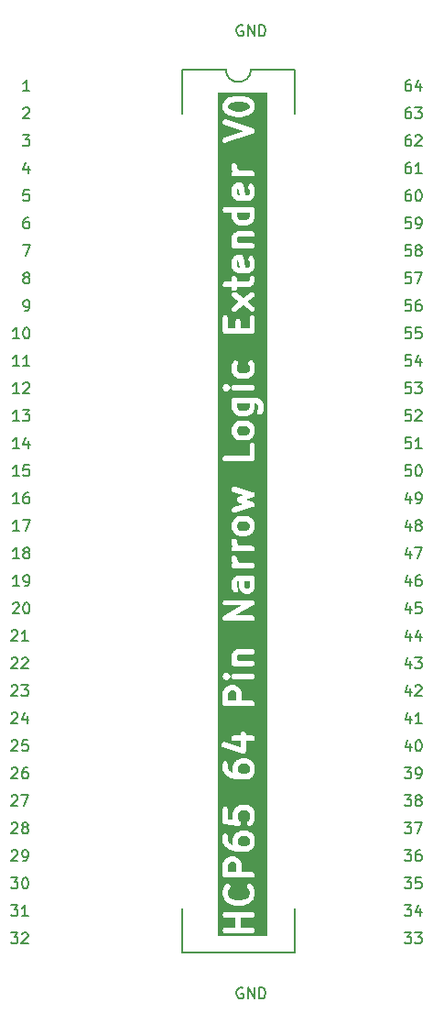
<source format=gto>
%TF.GenerationSoftware,KiCad,Pcbnew,9.0.7-9.0.7~ubuntu24.04.1*%
%TF.CreationDate,2026-01-16T07:33:30+02:00*%
%TF.ProjectId,HCP65 Narrow Analyser,48435036-3520-44e6-9172-726f7720416e,V0*%
%TF.SameCoordinates,Original*%
%TF.FileFunction,Legend,Top*%
%TF.FilePolarity,Positive*%
%FSLAX46Y46*%
G04 Gerber Fmt 4.6, Leading zero omitted, Abs format (unit mm)*
G04 Created by KiCad (PCBNEW 9.0.7-9.0.7~ubuntu24.04.1) date 2026-01-16 07:33:30*
%MOMM*%
%LPD*%
G01*
G04 APERTURE LIST*
%ADD10C,0.150000*%
%ADD11C,0.200000*%
%ADD12C,0.500000*%
G04 APERTURE END LIST*
D10*
X16764000Y-80010000D02*
X6305726Y-80010001D01*
X12700000Y1546136D02*
G75*
G02*
X10369726Y1546136I-1165137J0D01*
G01*
X16764000Y1546136D02*
X12700000Y1546136D01*
X6305726Y-80010001D02*
X6305726Y-75946001D01*
X16764000Y-80010000D02*
X16763999Y-75946001D01*
X16764000Y1546136D02*
X16764000Y-2517864D01*
X6305726Y1546136D02*
X6305726Y-2517864D01*
X6305726Y1546136D02*
X10369726Y1546136D01*
X27482969Y-19774819D02*
X27006779Y-19774819D01*
X27006779Y-19774819D02*
X26959160Y-20251009D01*
X26959160Y-20251009D02*
X27006779Y-20203390D01*
X27006779Y-20203390D02*
X27102017Y-20155771D01*
X27102017Y-20155771D02*
X27340112Y-20155771D01*
X27340112Y-20155771D02*
X27435350Y-20203390D01*
X27435350Y-20203390D02*
X27482969Y-20251009D01*
X27482969Y-20251009D02*
X27530588Y-20346247D01*
X27530588Y-20346247D02*
X27530588Y-20584342D01*
X27530588Y-20584342D02*
X27482969Y-20679580D01*
X27482969Y-20679580D02*
X27435350Y-20727200D01*
X27435350Y-20727200D02*
X27340112Y-20774819D01*
X27340112Y-20774819D02*
X27102017Y-20774819D01*
X27102017Y-20774819D02*
X27006779Y-20727200D01*
X27006779Y-20727200D02*
X26959160Y-20679580D01*
X28387731Y-19774819D02*
X28197255Y-19774819D01*
X28197255Y-19774819D02*
X28102017Y-19822438D01*
X28102017Y-19822438D02*
X28054398Y-19870057D01*
X28054398Y-19870057D02*
X27959160Y-20012914D01*
X27959160Y-20012914D02*
X27911541Y-20203390D01*
X27911541Y-20203390D02*
X27911541Y-20584342D01*
X27911541Y-20584342D02*
X27959160Y-20679580D01*
X27959160Y-20679580D02*
X28006779Y-20727200D01*
X28006779Y-20727200D02*
X28102017Y-20774819D01*
X28102017Y-20774819D02*
X28292493Y-20774819D01*
X28292493Y-20774819D02*
X28387731Y-20727200D01*
X28387731Y-20727200D02*
X28435350Y-20679580D01*
X28435350Y-20679580D02*
X28482969Y-20584342D01*
X28482969Y-20584342D02*
X28482969Y-20346247D01*
X28482969Y-20346247D02*
X28435350Y-20251009D01*
X28435350Y-20251009D02*
X28387731Y-20203390D01*
X28387731Y-20203390D02*
X28292493Y-20155771D01*
X28292493Y-20155771D02*
X28102017Y-20155771D01*
X28102017Y-20155771D02*
X28006779Y-20203390D01*
X28006779Y-20203390D02*
X27959160Y-20251009D01*
X27959160Y-20251009D02*
X27911541Y-20346247D01*
X27435350Y-60748152D02*
X27435350Y-61414819D01*
X27197255Y-60367200D02*
X26959160Y-61081485D01*
X26959160Y-61081485D02*
X27578207Y-61081485D01*
X28149636Y-60414819D02*
X28244874Y-60414819D01*
X28244874Y-60414819D02*
X28340112Y-60462438D01*
X28340112Y-60462438D02*
X28387731Y-60510057D01*
X28387731Y-60510057D02*
X28435350Y-60605295D01*
X28435350Y-60605295D02*
X28482969Y-60795771D01*
X28482969Y-60795771D02*
X28482969Y-61033866D01*
X28482969Y-61033866D02*
X28435350Y-61224342D01*
X28435350Y-61224342D02*
X28387731Y-61319580D01*
X28387731Y-61319580D02*
X28340112Y-61367200D01*
X28340112Y-61367200D02*
X28244874Y-61414819D01*
X28244874Y-61414819D02*
X28149636Y-61414819D01*
X28149636Y-61414819D02*
X28054398Y-61367200D01*
X28054398Y-61367200D02*
X28006779Y-61319580D01*
X28006779Y-61319580D02*
X27959160Y-61224342D01*
X27959160Y-61224342D02*
X27911541Y-61033866D01*
X27911541Y-61033866D02*
X27911541Y-60795771D01*
X27911541Y-60795771D02*
X27959160Y-60605295D01*
X27959160Y-60605295D02*
X28006779Y-60510057D01*
X28006779Y-60510057D02*
X28054398Y-60462438D01*
X28054398Y-60462438D02*
X28149636Y-60414819D01*
X-8734541Y-46174819D02*
X-9305969Y-46174819D01*
X-9020255Y-46174819D02*
X-9020255Y-45174819D01*
X-9020255Y-45174819D02*
X-9115493Y-45317676D01*
X-9115493Y-45317676D02*
X-9210731Y-45412914D01*
X-9210731Y-45412914D02*
X-9305969Y-45460533D01*
X-8258350Y-46174819D02*
X-8067874Y-46174819D01*
X-8067874Y-46174819D02*
X-7972636Y-46127200D01*
X-7972636Y-46127200D02*
X-7925017Y-46079580D01*
X-7925017Y-46079580D02*
X-7829779Y-45936723D01*
X-7829779Y-45936723D02*
X-7782160Y-45746247D01*
X-7782160Y-45746247D02*
X-7782160Y-45365295D01*
X-7782160Y-45365295D02*
X-7829779Y-45270057D01*
X-7829779Y-45270057D02*
X-7877398Y-45222438D01*
X-7877398Y-45222438D02*
X-7972636Y-45174819D01*
X-7972636Y-45174819D02*
X-8163112Y-45174819D01*
X-8163112Y-45174819D02*
X-8258350Y-45222438D01*
X-8258350Y-45222438D02*
X-8305969Y-45270057D01*
X-8305969Y-45270057D02*
X-8353588Y-45365295D01*
X-8353588Y-45365295D02*
X-8353588Y-45603390D01*
X-8353588Y-45603390D02*
X-8305969Y-45698628D01*
X-8305969Y-45698628D02*
X-8258350Y-45746247D01*
X-8258350Y-45746247D02*
X-8163112Y-45793866D01*
X-8163112Y-45793866D02*
X-7972636Y-45793866D01*
X-7972636Y-45793866D02*
X-7877398Y-45746247D01*
X-7877398Y-45746247D02*
X-7829779Y-45698628D01*
X-7829779Y-45698628D02*
X-7782160Y-45603390D01*
X-8734541Y-30934819D02*
X-9305969Y-30934819D01*
X-9020255Y-30934819D02*
X-9020255Y-29934819D01*
X-9020255Y-29934819D02*
X-9115493Y-30077676D01*
X-9115493Y-30077676D02*
X-9210731Y-30172914D01*
X-9210731Y-30172914D02*
X-9305969Y-30220533D01*
X-8401207Y-29934819D02*
X-7782160Y-29934819D01*
X-7782160Y-29934819D02*
X-8115493Y-30315771D01*
X-8115493Y-30315771D02*
X-7972636Y-30315771D01*
X-7972636Y-30315771D02*
X-7877398Y-30363390D01*
X-7877398Y-30363390D02*
X-7829779Y-30411009D01*
X-7829779Y-30411009D02*
X-7782160Y-30506247D01*
X-7782160Y-30506247D02*
X-7782160Y-30744342D01*
X-7782160Y-30744342D02*
X-7829779Y-30839580D01*
X-7829779Y-30839580D02*
X-7877398Y-30887200D01*
X-7877398Y-30887200D02*
X-7972636Y-30934819D01*
X-7972636Y-30934819D02*
X-8258350Y-30934819D01*
X-8258350Y-30934819D02*
X-8353588Y-30887200D01*
X-8353588Y-30887200D02*
X-8401207Y-30839580D01*
X-8734541Y-36014819D02*
X-9305969Y-36014819D01*
X-9020255Y-36014819D02*
X-9020255Y-35014819D01*
X-9020255Y-35014819D02*
X-9115493Y-35157676D01*
X-9115493Y-35157676D02*
X-9210731Y-35252914D01*
X-9210731Y-35252914D02*
X-9305969Y-35300533D01*
X-7829779Y-35014819D02*
X-8305969Y-35014819D01*
X-8305969Y-35014819D02*
X-8353588Y-35491009D01*
X-8353588Y-35491009D02*
X-8305969Y-35443390D01*
X-8305969Y-35443390D02*
X-8210731Y-35395771D01*
X-8210731Y-35395771D02*
X-7972636Y-35395771D01*
X-7972636Y-35395771D02*
X-7877398Y-35443390D01*
X-7877398Y-35443390D02*
X-7829779Y-35491009D01*
X-7829779Y-35491009D02*
X-7782160Y-35586247D01*
X-7782160Y-35586247D02*
X-7782160Y-35824342D01*
X-7782160Y-35824342D02*
X-7829779Y-35919580D01*
X-7829779Y-35919580D02*
X-7877398Y-35967200D01*
X-7877398Y-35967200D02*
X-7972636Y-36014819D01*
X-7972636Y-36014819D02*
X-8210731Y-36014819D01*
X-8210731Y-36014819D02*
X-8305969Y-35967200D01*
X-8305969Y-35967200D02*
X-8353588Y-35919580D01*
X-9480588Y-73114819D02*
X-8861541Y-73114819D01*
X-8861541Y-73114819D02*
X-9194874Y-73495771D01*
X-9194874Y-73495771D02*
X-9052017Y-73495771D01*
X-9052017Y-73495771D02*
X-8956779Y-73543390D01*
X-8956779Y-73543390D02*
X-8909160Y-73591009D01*
X-8909160Y-73591009D02*
X-8861541Y-73686247D01*
X-8861541Y-73686247D02*
X-8861541Y-73924342D01*
X-8861541Y-73924342D02*
X-8909160Y-74019580D01*
X-8909160Y-74019580D02*
X-8956779Y-74067200D01*
X-8956779Y-74067200D02*
X-9052017Y-74114819D01*
X-9052017Y-74114819D02*
X-9337731Y-74114819D01*
X-9337731Y-74114819D02*
X-9432969Y-74067200D01*
X-9432969Y-74067200D02*
X-9480588Y-74019580D01*
X-8242493Y-73114819D02*
X-8147255Y-73114819D01*
X-8147255Y-73114819D02*
X-8052017Y-73162438D01*
X-8052017Y-73162438D02*
X-8004398Y-73210057D01*
X-8004398Y-73210057D02*
X-7956779Y-73305295D01*
X-7956779Y-73305295D02*
X-7909160Y-73495771D01*
X-7909160Y-73495771D02*
X-7909160Y-73733866D01*
X-7909160Y-73733866D02*
X-7956779Y-73924342D01*
X-7956779Y-73924342D02*
X-8004398Y-74019580D01*
X-8004398Y-74019580D02*
X-8052017Y-74067200D01*
X-8052017Y-74067200D02*
X-8147255Y-74114819D01*
X-8147255Y-74114819D02*
X-8242493Y-74114819D01*
X-8242493Y-74114819D02*
X-8337731Y-74067200D01*
X-8337731Y-74067200D02*
X-8385350Y-74019580D01*
X-8385350Y-74019580D02*
X-8432969Y-73924342D01*
X-8432969Y-73924342D02*
X-8480588Y-73733866D01*
X-8480588Y-73733866D02*
X-8480588Y-73495771D01*
X-8480588Y-73495771D02*
X-8432969Y-73305295D01*
X-8432969Y-73305295D02*
X-8385350Y-73210057D01*
X-8385350Y-73210057D02*
X-8337731Y-73162438D01*
X-8337731Y-73162438D02*
X-8242493Y-73114819D01*
X-8734541Y-23314819D02*
X-9305969Y-23314819D01*
X-9020255Y-23314819D02*
X-9020255Y-22314819D01*
X-9020255Y-22314819D02*
X-9115493Y-22457676D01*
X-9115493Y-22457676D02*
X-9210731Y-22552914D01*
X-9210731Y-22552914D02*
X-9305969Y-22600533D01*
X-8115493Y-22314819D02*
X-8020255Y-22314819D01*
X-8020255Y-22314819D02*
X-7925017Y-22362438D01*
X-7925017Y-22362438D02*
X-7877398Y-22410057D01*
X-7877398Y-22410057D02*
X-7829779Y-22505295D01*
X-7829779Y-22505295D02*
X-7782160Y-22695771D01*
X-7782160Y-22695771D02*
X-7782160Y-22933866D01*
X-7782160Y-22933866D02*
X-7829779Y-23124342D01*
X-7829779Y-23124342D02*
X-7877398Y-23219580D01*
X-7877398Y-23219580D02*
X-7925017Y-23267200D01*
X-7925017Y-23267200D02*
X-8020255Y-23314819D01*
X-8020255Y-23314819D02*
X-8115493Y-23314819D01*
X-8115493Y-23314819D02*
X-8210731Y-23267200D01*
X-8210731Y-23267200D02*
X-8258350Y-23219580D01*
X-8258350Y-23219580D02*
X-8305969Y-23124342D01*
X-8305969Y-23124342D02*
X-8353588Y-22933866D01*
X-8353588Y-22933866D02*
X-8353588Y-22695771D01*
X-8353588Y-22695771D02*
X-8305969Y-22505295D01*
X-8305969Y-22505295D02*
X-8258350Y-22410057D01*
X-8258350Y-22410057D02*
X-8210731Y-22362438D01*
X-8210731Y-22362438D02*
X-8115493Y-22314819D01*
X27435350Y-58208152D02*
X27435350Y-58874819D01*
X27197255Y-57827200D02*
X26959160Y-58541485D01*
X26959160Y-58541485D02*
X27578207Y-58541485D01*
X28482969Y-58874819D02*
X27911541Y-58874819D01*
X28197255Y-58874819D02*
X28197255Y-57874819D01*
X28197255Y-57874819D02*
X28102017Y-58017676D01*
X28102017Y-58017676D02*
X28006779Y-58112914D01*
X28006779Y-58112914D02*
X27911541Y-58160533D01*
X26911541Y-62954819D02*
X27530588Y-62954819D01*
X27530588Y-62954819D02*
X27197255Y-63335771D01*
X27197255Y-63335771D02*
X27340112Y-63335771D01*
X27340112Y-63335771D02*
X27435350Y-63383390D01*
X27435350Y-63383390D02*
X27482969Y-63431009D01*
X27482969Y-63431009D02*
X27530588Y-63526247D01*
X27530588Y-63526247D02*
X27530588Y-63764342D01*
X27530588Y-63764342D02*
X27482969Y-63859580D01*
X27482969Y-63859580D02*
X27435350Y-63907200D01*
X27435350Y-63907200D02*
X27340112Y-63954819D01*
X27340112Y-63954819D02*
X27054398Y-63954819D01*
X27054398Y-63954819D02*
X26959160Y-63907200D01*
X26959160Y-63907200D02*
X26911541Y-63859580D01*
X28006779Y-63954819D02*
X28197255Y-63954819D01*
X28197255Y-63954819D02*
X28292493Y-63907200D01*
X28292493Y-63907200D02*
X28340112Y-63859580D01*
X28340112Y-63859580D02*
X28435350Y-63716723D01*
X28435350Y-63716723D02*
X28482969Y-63526247D01*
X28482969Y-63526247D02*
X28482969Y-63145295D01*
X28482969Y-63145295D02*
X28435350Y-63050057D01*
X28435350Y-63050057D02*
X28387731Y-63002438D01*
X28387731Y-63002438D02*
X28292493Y-62954819D01*
X28292493Y-62954819D02*
X28102017Y-62954819D01*
X28102017Y-62954819D02*
X28006779Y-63002438D01*
X28006779Y-63002438D02*
X27959160Y-63050057D01*
X27959160Y-63050057D02*
X27911541Y-63145295D01*
X27911541Y-63145295D02*
X27911541Y-63383390D01*
X27911541Y-63383390D02*
X27959160Y-63478628D01*
X27959160Y-63478628D02*
X28006779Y-63526247D01*
X28006779Y-63526247D02*
X28102017Y-63573866D01*
X28102017Y-63573866D02*
X28292493Y-63573866D01*
X28292493Y-63573866D02*
X28387731Y-63526247D01*
X28387731Y-63526247D02*
X28435350Y-63478628D01*
X28435350Y-63478628D02*
X28482969Y-63383390D01*
D11*
X11938095Y5580161D02*
X11842857Y5627780D01*
X11842857Y5627780D02*
X11700000Y5627780D01*
X11700000Y5627780D02*
X11557143Y5580161D01*
X11557143Y5580161D02*
X11461905Y5484923D01*
X11461905Y5484923D02*
X11414286Y5389685D01*
X11414286Y5389685D02*
X11366667Y5199209D01*
X11366667Y5199209D02*
X11366667Y5056352D01*
X11366667Y5056352D02*
X11414286Y4865876D01*
X11414286Y4865876D02*
X11461905Y4770638D01*
X11461905Y4770638D02*
X11557143Y4675400D01*
X11557143Y4675400D02*
X11700000Y4627780D01*
X11700000Y4627780D02*
X11795238Y4627780D01*
X11795238Y4627780D02*
X11938095Y4675400D01*
X11938095Y4675400D02*
X11985714Y4723019D01*
X11985714Y4723019D02*
X11985714Y5056352D01*
X11985714Y5056352D02*
X11795238Y5056352D01*
X12414286Y4627780D02*
X12414286Y5627780D01*
X12414286Y5627780D02*
X12985714Y4627780D01*
X12985714Y4627780D02*
X12985714Y5627780D01*
X13461905Y4627780D02*
X13461905Y5627780D01*
X13461905Y5627780D02*
X13700000Y5627780D01*
X13700000Y5627780D02*
X13842857Y5580161D01*
X13842857Y5580161D02*
X13938095Y5484923D01*
X13938095Y5484923D02*
X13985714Y5389685D01*
X13985714Y5389685D02*
X14033333Y5199209D01*
X14033333Y5199209D02*
X14033333Y5056352D01*
X14033333Y5056352D02*
X13985714Y4865876D01*
X13985714Y4865876D02*
X13938095Y4770638D01*
X13938095Y4770638D02*
X13842857Y4675400D01*
X13842857Y4675400D02*
X13700000Y4627780D01*
X13700000Y4627780D02*
X13461905Y4627780D01*
D10*
X-9305969Y-47810057D02*
X-9258350Y-47762438D01*
X-9258350Y-47762438D02*
X-9163112Y-47714819D01*
X-9163112Y-47714819D02*
X-8925017Y-47714819D01*
X-8925017Y-47714819D02*
X-8829779Y-47762438D01*
X-8829779Y-47762438D02*
X-8782160Y-47810057D01*
X-8782160Y-47810057D02*
X-8734541Y-47905295D01*
X-8734541Y-47905295D02*
X-8734541Y-48000533D01*
X-8734541Y-48000533D02*
X-8782160Y-48143390D01*
X-8782160Y-48143390D02*
X-9353588Y-48714819D01*
X-9353588Y-48714819D02*
X-8734541Y-48714819D01*
X-8115493Y-47714819D02*
X-8020255Y-47714819D01*
X-8020255Y-47714819D02*
X-7925017Y-47762438D01*
X-7925017Y-47762438D02*
X-7877398Y-47810057D01*
X-7877398Y-47810057D02*
X-7829779Y-47905295D01*
X-7829779Y-47905295D02*
X-7782160Y-48095771D01*
X-7782160Y-48095771D02*
X-7782160Y-48333866D01*
X-7782160Y-48333866D02*
X-7829779Y-48524342D01*
X-7829779Y-48524342D02*
X-7877398Y-48619580D01*
X-7877398Y-48619580D02*
X-7925017Y-48667200D01*
X-7925017Y-48667200D02*
X-8020255Y-48714819D01*
X-8020255Y-48714819D02*
X-8115493Y-48714819D01*
X-8115493Y-48714819D02*
X-8210731Y-48667200D01*
X-8210731Y-48667200D02*
X-8258350Y-48619580D01*
X-8258350Y-48619580D02*
X-8305969Y-48524342D01*
X-8305969Y-48524342D02*
X-8353588Y-48333866D01*
X-8353588Y-48333866D02*
X-8353588Y-48095771D01*
X-8353588Y-48095771D02*
X-8305969Y-47905295D01*
X-8305969Y-47905295D02*
X-8258350Y-47810057D01*
X-8258350Y-47810057D02*
X-8210731Y-47762438D01*
X-8210731Y-47762438D02*
X-8115493Y-47714819D01*
X-7782160Y-454819D02*
X-8353588Y-454819D01*
X-8067874Y-454819D02*
X-8067874Y545180D01*
X-8067874Y545180D02*
X-8163112Y402323D01*
X-8163112Y402323D02*
X-8258350Y307085D01*
X-8258350Y307085D02*
X-8353588Y259466D01*
X27435350Y-40428152D02*
X27435350Y-41094819D01*
X27197255Y-40047200D02*
X26959160Y-40761485D01*
X26959160Y-40761485D02*
X27578207Y-40761485D01*
X28102017Y-40523390D02*
X28006779Y-40475771D01*
X28006779Y-40475771D02*
X27959160Y-40428152D01*
X27959160Y-40428152D02*
X27911541Y-40332914D01*
X27911541Y-40332914D02*
X27911541Y-40285295D01*
X27911541Y-40285295D02*
X27959160Y-40190057D01*
X27959160Y-40190057D02*
X28006779Y-40142438D01*
X28006779Y-40142438D02*
X28102017Y-40094819D01*
X28102017Y-40094819D02*
X28292493Y-40094819D01*
X28292493Y-40094819D02*
X28387731Y-40142438D01*
X28387731Y-40142438D02*
X28435350Y-40190057D01*
X28435350Y-40190057D02*
X28482969Y-40285295D01*
X28482969Y-40285295D02*
X28482969Y-40332914D01*
X28482969Y-40332914D02*
X28435350Y-40428152D01*
X28435350Y-40428152D02*
X28387731Y-40475771D01*
X28387731Y-40475771D02*
X28292493Y-40523390D01*
X28292493Y-40523390D02*
X28102017Y-40523390D01*
X28102017Y-40523390D02*
X28006779Y-40571009D01*
X28006779Y-40571009D02*
X27959160Y-40618628D01*
X27959160Y-40618628D02*
X27911541Y-40713866D01*
X27911541Y-40713866D02*
X27911541Y-40904342D01*
X27911541Y-40904342D02*
X27959160Y-40999580D01*
X27959160Y-40999580D02*
X28006779Y-41047200D01*
X28006779Y-41047200D02*
X28102017Y-41094819D01*
X28102017Y-41094819D02*
X28292493Y-41094819D01*
X28292493Y-41094819D02*
X28387731Y-41047200D01*
X28387731Y-41047200D02*
X28435350Y-40999580D01*
X28435350Y-40999580D02*
X28482969Y-40904342D01*
X28482969Y-40904342D02*
X28482969Y-40713866D01*
X28482969Y-40713866D02*
X28435350Y-40618628D01*
X28435350Y-40618628D02*
X28387731Y-40571009D01*
X28387731Y-40571009D02*
X28292493Y-40523390D01*
X27482969Y-32474819D02*
X27006779Y-32474819D01*
X27006779Y-32474819D02*
X26959160Y-32951009D01*
X26959160Y-32951009D02*
X27006779Y-32903390D01*
X27006779Y-32903390D02*
X27102017Y-32855771D01*
X27102017Y-32855771D02*
X27340112Y-32855771D01*
X27340112Y-32855771D02*
X27435350Y-32903390D01*
X27435350Y-32903390D02*
X27482969Y-32951009D01*
X27482969Y-32951009D02*
X27530588Y-33046247D01*
X27530588Y-33046247D02*
X27530588Y-33284342D01*
X27530588Y-33284342D02*
X27482969Y-33379580D01*
X27482969Y-33379580D02*
X27435350Y-33427200D01*
X27435350Y-33427200D02*
X27340112Y-33474819D01*
X27340112Y-33474819D02*
X27102017Y-33474819D01*
X27102017Y-33474819D02*
X27006779Y-33427200D01*
X27006779Y-33427200D02*
X26959160Y-33379580D01*
X28482969Y-33474819D02*
X27911541Y-33474819D01*
X28197255Y-33474819D02*
X28197255Y-32474819D01*
X28197255Y-32474819D02*
X28102017Y-32617676D01*
X28102017Y-32617676D02*
X28006779Y-32712914D01*
X28006779Y-32712914D02*
X27911541Y-32760533D01*
X27482969Y-24854819D02*
X27006779Y-24854819D01*
X27006779Y-24854819D02*
X26959160Y-25331009D01*
X26959160Y-25331009D02*
X27006779Y-25283390D01*
X27006779Y-25283390D02*
X27102017Y-25235771D01*
X27102017Y-25235771D02*
X27340112Y-25235771D01*
X27340112Y-25235771D02*
X27435350Y-25283390D01*
X27435350Y-25283390D02*
X27482969Y-25331009D01*
X27482969Y-25331009D02*
X27530588Y-25426247D01*
X27530588Y-25426247D02*
X27530588Y-25664342D01*
X27530588Y-25664342D02*
X27482969Y-25759580D01*
X27482969Y-25759580D02*
X27435350Y-25807200D01*
X27435350Y-25807200D02*
X27340112Y-25854819D01*
X27340112Y-25854819D02*
X27102017Y-25854819D01*
X27102017Y-25854819D02*
X27006779Y-25807200D01*
X27006779Y-25807200D02*
X26959160Y-25759580D01*
X28387731Y-25188152D02*
X28387731Y-25854819D01*
X28149636Y-24807200D02*
X27911541Y-25521485D01*
X27911541Y-25521485D02*
X28530588Y-25521485D01*
X27482969Y-14694819D02*
X27006779Y-14694819D01*
X27006779Y-14694819D02*
X26959160Y-15171009D01*
X26959160Y-15171009D02*
X27006779Y-15123390D01*
X27006779Y-15123390D02*
X27102017Y-15075771D01*
X27102017Y-15075771D02*
X27340112Y-15075771D01*
X27340112Y-15075771D02*
X27435350Y-15123390D01*
X27435350Y-15123390D02*
X27482969Y-15171009D01*
X27482969Y-15171009D02*
X27530588Y-15266247D01*
X27530588Y-15266247D02*
X27530588Y-15504342D01*
X27530588Y-15504342D02*
X27482969Y-15599580D01*
X27482969Y-15599580D02*
X27435350Y-15647200D01*
X27435350Y-15647200D02*
X27340112Y-15694819D01*
X27340112Y-15694819D02*
X27102017Y-15694819D01*
X27102017Y-15694819D02*
X27006779Y-15647200D01*
X27006779Y-15647200D02*
X26959160Y-15599580D01*
X28102017Y-15123390D02*
X28006779Y-15075771D01*
X28006779Y-15075771D02*
X27959160Y-15028152D01*
X27959160Y-15028152D02*
X27911541Y-14932914D01*
X27911541Y-14932914D02*
X27911541Y-14885295D01*
X27911541Y-14885295D02*
X27959160Y-14790057D01*
X27959160Y-14790057D02*
X28006779Y-14742438D01*
X28006779Y-14742438D02*
X28102017Y-14694819D01*
X28102017Y-14694819D02*
X28292493Y-14694819D01*
X28292493Y-14694819D02*
X28387731Y-14742438D01*
X28387731Y-14742438D02*
X28435350Y-14790057D01*
X28435350Y-14790057D02*
X28482969Y-14885295D01*
X28482969Y-14885295D02*
X28482969Y-14932914D01*
X28482969Y-14932914D02*
X28435350Y-15028152D01*
X28435350Y-15028152D02*
X28387731Y-15075771D01*
X28387731Y-15075771D02*
X28292493Y-15123390D01*
X28292493Y-15123390D02*
X28102017Y-15123390D01*
X28102017Y-15123390D02*
X28006779Y-15171009D01*
X28006779Y-15171009D02*
X27959160Y-15218628D01*
X27959160Y-15218628D02*
X27911541Y-15313866D01*
X27911541Y-15313866D02*
X27911541Y-15504342D01*
X27911541Y-15504342D02*
X27959160Y-15599580D01*
X27959160Y-15599580D02*
X28006779Y-15647200D01*
X28006779Y-15647200D02*
X28102017Y-15694819D01*
X28102017Y-15694819D02*
X28292493Y-15694819D01*
X28292493Y-15694819D02*
X28387731Y-15647200D01*
X28387731Y-15647200D02*
X28435350Y-15599580D01*
X28435350Y-15599580D02*
X28482969Y-15504342D01*
X28482969Y-15504342D02*
X28482969Y-15313866D01*
X28482969Y-15313866D02*
X28435350Y-15218628D01*
X28435350Y-15218628D02*
X28387731Y-15171009D01*
X28387731Y-15171009D02*
X28292493Y-15123390D01*
X-9432969Y-50350057D02*
X-9385350Y-50302438D01*
X-9385350Y-50302438D02*
X-9290112Y-50254819D01*
X-9290112Y-50254819D02*
X-9052017Y-50254819D01*
X-9052017Y-50254819D02*
X-8956779Y-50302438D01*
X-8956779Y-50302438D02*
X-8909160Y-50350057D01*
X-8909160Y-50350057D02*
X-8861541Y-50445295D01*
X-8861541Y-50445295D02*
X-8861541Y-50540533D01*
X-8861541Y-50540533D02*
X-8909160Y-50683390D01*
X-8909160Y-50683390D02*
X-9480588Y-51254819D01*
X-9480588Y-51254819D02*
X-8861541Y-51254819D01*
X-7909160Y-51254819D02*
X-8480588Y-51254819D01*
X-8194874Y-51254819D02*
X-8194874Y-50254819D01*
X-8194874Y-50254819D02*
X-8290112Y-50397676D01*
X-8290112Y-50397676D02*
X-8385350Y-50492914D01*
X-8385350Y-50492914D02*
X-8480588Y-50540533D01*
X-8734541Y-25854819D02*
X-9305969Y-25854819D01*
X-9020255Y-25854819D02*
X-9020255Y-24854819D01*
X-9020255Y-24854819D02*
X-9115493Y-24997676D01*
X-9115493Y-24997676D02*
X-9210731Y-25092914D01*
X-9210731Y-25092914D02*
X-9305969Y-25140533D01*
X-7782160Y-25854819D02*
X-8353588Y-25854819D01*
X-8067874Y-25854819D02*
X-8067874Y-24854819D01*
X-8067874Y-24854819D02*
X-8163112Y-24997676D01*
X-8163112Y-24997676D02*
X-8258350Y-25092914D01*
X-8258350Y-25092914D02*
X-8353588Y-25140533D01*
X27435350Y-50588152D02*
X27435350Y-51254819D01*
X27197255Y-50207200D02*
X26959160Y-50921485D01*
X26959160Y-50921485D02*
X27578207Y-50921485D01*
X28387731Y-50588152D02*
X28387731Y-51254819D01*
X28149636Y-50207200D02*
X27911541Y-50921485D01*
X27911541Y-50921485D02*
X28530588Y-50921485D01*
X27435350Y-7074819D02*
X27244874Y-7074819D01*
X27244874Y-7074819D02*
X27149636Y-7122438D01*
X27149636Y-7122438D02*
X27102017Y-7170057D01*
X27102017Y-7170057D02*
X27006779Y-7312914D01*
X27006779Y-7312914D02*
X26959160Y-7503390D01*
X26959160Y-7503390D02*
X26959160Y-7884342D01*
X26959160Y-7884342D02*
X27006779Y-7979580D01*
X27006779Y-7979580D02*
X27054398Y-8027200D01*
X27054398Y-8027200D02*
X27149636Y-8074819D01*
X27149636Y-8074819D02*
X27340112Y-8074819D01*
X27340112Y-8074819D02*
X27435350Y-8027200D01*
X27435350Y-8027200D02*
X27482969Y-7979580D01*
X27482969Y-7979580D02*
X27530588Y-7884342D01*
X27530588Y-7884342D02*
X27530588Y-7646247D01*
X27530588Y-7646247D02*
X27482969Y-7551009D01*
X27482969Y-7551009D02*
X27435350Y-7503390D01*
X27435350Y-7503390D02*
X27340112Y-7455771D01*
X27340112Y-7455771D02*
X27149636Y-7455771D01*
X27149636Y-7455771D02*
X27054398Y-7503390D01*
X27054398Y-7503390D02*
X27006779Y-7551009D01*
X27006779Y-7551009D02*
X26959160Y-7646247D01*
X28482969Y-8074819D02*
X27911541Y-8074819D01*
X28197255Y-8074819D02*
X28197255Y-7074819D01*
X28197255Y-7074819D02*
X28102017Y-7217676D01*
X28102017Y-7217676D02*
X28006779Y-7312914D01*
X28006779Y-7312914D02*
X27911541Y-7360533D01*
D12*
G36*
X11237885Y-71734225D02*
G01*
X11299559Y-71795899D01*
X11374071Y-71944920D01*
X11374071Y-72588285D01*
X10564547Y-72588285D01*
X10564547Y-71944922D01*
X10639058Y-71795900D01*
X10700733Y-71734225D01*
X10849755Y-71659714D01*
X11088863Y-71659714D01*
X11237885Y-71734225D01*
G37*
G36*
X12428361Y-69353272D02*
G01*
X12490036Y-69414946D01*
X12564547Y-69563968D01*
X12564547Y-69922126D01*
X12490036Y-70071147D01*
X12428363Y-70132821D01*
X12279339Y-70207333D01*
X11802136Y-70207333D01*
X11653114Y-70132822D01*
X11591439Y-70071147D01*
X11516928Y-69922125D01*
X11516928Y-69563970D01*
X11591440Y-69414946D01*
X11653113Y-69353272D01*
X11802136Y-69278762D01*
X12279340Y-69278762D01*
X12428361Y-69353272D01*
G37*
G36*
X12428361Y-62686606D02*
G01*
X12490036Y-62748280D01*
X12564547Y-62897302D01*
X12564547Y-63255460D01*
X12490036Y-63404481D01*
X12428363Y-63466155D01*
X12279339Y-63540667D01*
X11802136Y-63540667D01*
X11653114Y-63466156D01*
X11591439Y-63404481D01*
X11516928Y-63255459D01*
X11516928Y-62897304D01*
X11591440Y-62748280D01*
X11653113Y-62686606D01*
X11802136Y-62612096D01*
X12279340Y-62612096D01*
X12428361Y-62686606D01*
G37*
G36*
X11237885Y-55900893D02*
G01*
X11299559Y-55962567D01*
X11374071Y-56111588D01*
X11374071Y-56754953D01*
X10564547Y-56754953D01*
X10564547Y-56111590D01*
X10639058Y-55962568D01*
X10700733Y-55900893D01*
X10849755Y-55826382D01*
X11088863Y-55826382D01*
X11237885Y-55900893D01*
G37*
G36*
X12564547Y-45754445D02*
G01*
X12564547Y-46231650D01*
X12509161Y-46342422D01*
X12398387Y-46397810D01*
X12278326Y-46397810D01*
X12167552Y-46342422D01*
X12112166Y-46231649D01*
X12112166Y-45707334D01*
X12540991Y-45707334D01*
X12564547Y-45754445D01*
G37*
G36*
X12428363Y-40305655D02*
G01*
X12490036Y-40367328D01*
X12564547Y-40516350D01*
X12564547Y-40755460D01*
X12490036Y-40904481D01*
X12428363Y-40966155D01*
X12279339Y-41040667D01*
X11683088Y-41040667D01*
X11534063Y-40966154D01*
X11472391Y-40904482D01*
X11397880Y-40755459D01*
X11397880Y-40516351D01*
X11472392Y-40367326D01*
X11534063Y-40305655D01*
X11683088Y-40231143D01*
X12279339Y-40231143D01*
X12428363Y-40305655D01*
G37*
G36*
X12428363Y-31496130D02*
G01*
X12490036Y-31557803D01*
X12564547Y-31706825D01*
X12564547Y-31945935D01*
X12490036Y-32094956D01*
X12428363Y-32156630D01*
X12279339Y-32231142D01*
X11683088Y-32231142D01*
X11534063Y-32156629D01*
X11472391Y-32094957D01*
X11397880Y-31945934D01*
X11397880Y-31706826D01*
X11472392Y-31557801D01*
X11534063Y-31496130D01*
X11683088Y-31421618D01*
X12279339Y-31421618D01*
X12428363Y-31496130D01*
G37*
G36*
X12564547Y-29325872D02*
G01*
X12564547Y-29684030D01*
X12490036Y-29833051D01*
X12428363Y-29894725D01*
X12279339Y-29969237D01*
X11683088Y-29969237D01*
X11534063Y-29894724D01*
X11472391Y-29833052D01*
X11397880Y-29684029D01*
X11397880Y-29325874D01*
X11421437Y-29278761D01*
X12540991Y-29278761D01*
X12564547Y-29325872D01*
G37*
G36*
X11676263Y-16754951D02*
G01*
X11564040Y-16754951D01*
X11453266Y-16699563D01*
X11397880Y-16588790D01*
X11397880Y-16230635D01*
X11453267Y-16119860D01*
X11540520Y-16076234D01*
X11676263Y-16754951D01*
G37*
G36*
X12564547Y-11706824D02*
G01*
X12564547Y-12064982D01*
X12490036Y-12214003D01*
X12428363Y-12275677D01*
X12279339Y-12350189D01*
X11683088Y-12350189D01*
X11534063Y-12275676D01*
X11472391Y-12214004D01*
X11397880Y-12064981D01*
X11397880Y-11706826D01*
X11421437Y-11659713D01*
X12540991Y-11659713D01*
X12564547Y-11706824D01*
G37*
G36*
X11676263Y-10088284D02*
G01*
X11564040Y-10088284D01*
X11453266Y-10032896D01*
X11397880Y-9922123D01*
X11397880Y-9563968D01*
X11453267Y-9453193D01*
X11540520Y-9409567D01*
X11676263Y-10088284D01*
G37*
G36*
X12251099Y-1526545D02*
G01*
X12428363Y-1615177D01*
X12490036Y-1676850D01*
X12564547Y-1825872D01*
X12564547Y-1945934D01*
X12490036Y-2094956D01*
X12428361Y-2156630D01*
X12251101Y-2245260D01*
X11831388Y-2350189D01*
X11297703Y-2350189D01*
X10877993Y-2245260D01*
X10700732Y-2156630D01*
X10639059Y-2094957D01*
X10564547Y-1945933D01*
X10564547Y-1825873D01*
X10639058Y-1676850D01*
X10700733Y-1615176D01*
X10877993Y-1526545D01*
X11297705Y-1421618D01*
X11831388Y-1421618D01*
X12251099Y-1526545D01*
G37*
G36*
X14175658Y-78485111D02*
G01*
X9669685Y-78485111D01*
X9669685Y-76479989D01*
X10069351Y-76479989D01*
X10069351Y-76577535D01*
X10106680Y-76667655D01*
X10175654Y-76736629D01*
X10265774Y-76773958D01*
X10314547Y-76778762D01*
X11255023Y-76778762D01*
X11255023Y-77707333D01*
X10314547Y-77707333D01*
X10265774Y-77712137D01*
X10175654Y-77749466D01*
X10106680Y-77818440D01*
X10069351Y-77908560D01*
X10069351Y-78006106D01*
X10106680Y-78096226D01*
X10175654Y-78165200D01*
X10265774Y-78202529D01*
X10314547Y-78207333D01*
X12814547Y-78207333D01*
X12863320Y-78202529D01*
X12953440Y-78165200D01*
X13022414Y-78096226D01*
X13059743Y-78006106D01*
X13059743Y-77908560D01*
X13022414Y-77818440D01*
X12953440Y-77749466D01*
X12863320Y-77712137D01*
X12814547Y-77707333D01*
X11755023Y-77707333D01*
X11755023Y-76778762D01*
X12814547Y-76778762D01*
X12863320Y-76773958D01*
X12953440Y-76736629D01*
X13022414Y-76667655D01*
X13059743Y-76577535D01*
X13059743Y-76479989D01*
X13022414Y-76389869D01*
X12953440Y-76320895D01*
X12863320Y-76283566D01*
X12814547Y-76278762D01*
X10314547Y-76278762D01*
X10265774Y-76283566D01*
X10175654Y-76320895D01*
X10106680Y-76389869D01*
X10069351Y-76479989D01*
X9669685Y-76479989D01*
X9669685Y-74385904D01*
X10064547Y-74385904D01*
X10064547Y-74624000D01*
X10066978Y-74648681D01*
X10066510Y-74655268D01*
X10068480Y-74663933D01*
X10069351Y-74672773D01*
X10071876Y-74678870D01*
X10077376Y-74703057D01*
X10196424Y-75060200D01*
X10216405Y-75104951D01*
X10222291Y-75111737D01*
X10225728Y-75120035D01*
X10256818Y-75157920D01*
X10494913Y-75396015D01*
X10514085Y-75411749D01*
X10518411Y-75416736D01*
X10525931Y-75421470D01*
X10532798Y-75427105D01*
X10538894Y-75429630D01*
X10559887Y-75442845D01*
X10797982Y-75561892D01*
X10801549Y-75563257D01*
X10802999Y-75564331D01*
X10823472Y-75571646D01*
X10843754Y-75579407D01*
X10845550Y-75579534D01*
X10849151Y-75580821D01*
X11325342Y-75699869D01*
X11333800Y-75701119D01*
X11337203Y-75702529D01*
X11355568Y-75704337D01*
X11373824Y-75707037D01*
X11377467Y-75706494D01*
X11385976Y-75707333D01*
X11743119Y-75707333D01*
X11751627Y-75706494D01*
X11755271Y-75707037D01*
X11773526Y-75704337D01*
X11791892Y-75702529D01*
X11795294Y-75701119D01*
X11803753Y-75699869D01*
X12279944Y-75580820D01*
X12283540Y-75579534D01*
X12285340Y-75579407D01*
X12305632Y-75571641D01*
X12326095Y-75564331D01*
X12327544Y-75563257D01*
X12331112Y-75561892D01*
X12569207Y-75442845D01*
X12590193Y-75429633D01*
X12596296Y-75427106D01*
X12603168Y-75421465D01*
X12610682Y-75416736D01*
X12615004Y-75411752D01*
X12634180Y-75396015D01*
X12872276Y-75157920D01*
X12903367Y-75120035D01*
X12906803Y-75111737D01*
X12912690Y-75104951D01*
X12932671Y-75060200D01*
X13051718Y-74703056D01*
X13057216Y-74678871D01*
X13059743Y-74672773D01*
X13060613Y-74663931D01*
X13062584Y-74655267D01*
X13062115Y-74648681D01*
X13064547Y-74624000D01*
X13064547Y-74385904D01*
X13062115Y-74361222D01*
X13062584Y-74354637D01*
X13060613Y-74345972D01*
X13059743Y-74337131D01*
X13057216Y-74331032D01*
X13051718Y-74306848D01*
X12932671Y-73949705D01*
X12912690Y-73904954D01*
X12906803Y-73898167D01*
X12903367Y-73889870D01*
X12872276Y-73851985D01*
X12753229Y-73732937D01*
X12715344Y-73701847D01*
X12625224Y-73664518D01*
X12527680Y-73664518D01*
X12437560Y-73701847D01*
X12368585Y-73770822D01*
X12331256Y-73860942D01*
X12331256Y-73958486D01*
X12368585Y-74048606D01*
X12399675Y-74086491D01*
X12476991Y-74163806D01*
X12564547Y-74426473D01*
X12564547Y-74583430D01*
X12476991Y-74846098D01*
X12309315Y-75013773D01*
X12132053Y-75102404D01*
X11712341Y-75207333D01*
X11416751Y-75207333D01*
X10997041Y-75102404D01*
X10819780Y-75013774D01*
X10652102Y-74846096D01*
X10564547Y-74583429D01*
X10564547Y-74426474D01*
X10652103Y-74163806D01*
X10729420Y-74086490D01*
X10760510Y-74048605D01*
X10797839Y-73958485D01*
X10797838Y-73860941D01*
X10760509Y-73770821D01*
X10691533Y-73701846D01*
X10601413Y-73664517D01*
X10503869Y-73664518D01*
X10413749Y-73701847D01*
X10375865Y-73732938D01*
X10256818Y-73851986D01*
X10225727Y-73889871D01*
X10222290Y-73898168D01*
X10216405Y-73904954D01*
X10196424Y-73949705D01*
X10077376Y-74306847D01*
X10071876Y-74331033D01*
X10069351Y-74337131D01*
X10068480Y-74345970D01*
X10066510Y-74354636D01*
X10066978Y-74361222D01*
X10064547Y-74385904D01*
X9669685Y-74385904D01*
X9669685Y-71885904D01*
X10064547Y-71885904D01*
X10064547Y-72838285D01*
X10069351Y-72887058D01*
X10106680Y-72977178D01*
X10175654Y-73046152D01*
X10265774Y-73083481D01*
X10314547Y-73088285D01*
X12814547Y-73088285D01*
X12863320Y-73083481D01*
X12953440Y-73046152D01*
X13022414Y-72977178D01*
X13059743Y-72887058D01*
X13059743Y-72789512D01*
X13022414Y-72699392D01*
X12953440Y-72630418D01*
X12863320Y-72593089D01*
X12814547Y-72588285D01*
X11874071Y-72588285D01*
X11874071Y-71885904D01*
X11869267Y-71837131D01*
X11865829Y-71828832D01*
X11865193Y-71819873D01*
X11847678Y-71774101D01*
X11728630Y-71536005D01*
X11715417Y-71515016D01*
X11712891Y-71508917D01*
X11707253Y-71502047D01*
X11702521Y-71494530D01*
X11697535Y-71490206D01*
X11681800Y-71471032D01*
X11562753Y-71351985D01*
X11543580Y-71336250D01*
X11539255Y-71331264D01*
X11531734Y-71326529D01*
X11524868Y-71320895D01*
X11518771Y-71318369D01*
X11497779Y-71305155D01*
X11259683Y-71186107D01*
X11213911Y-71168592D01*
X11204951Y-71167955D01*
X11196653Y-71164518D01*
X11147880Y-71159714D01*
X10790738Y-71159714D01*
X10741965Y-71164518D01*
X10733666Y-71167955D01*
X10724707Y-71168592D01*
X10678934Y-71186107D01*
X10440839Y-71305155D01*
X10419850Y-71318367D01*
X10413750Y-71320894D01*
X10406879Y-71326532D01*
X10399363Y-71331264D01*
X10395039Y-71336249D01*
X10375865Y-71351985D01*
X10256818Y-71471032D01*
X10241086Y-71490201D01*
X10236097Y-71494529D01*
X10231360Y-71502053D01*
X10225728Y-71508917D01*
X10223203Y-71515012D01*
X10209989Y-71536005D01*
X10090940Y-71774100D01*
X10073425Y-71819873D01*
X10072788Y-71828832D01*
X10069351Y-71837131D01*
X10064547Y-71885904D01*
X9669685Y-71885904D01*
X9669685Y-69266857D01*
X10064547Y-69266857D01*
X10064547Y-69743047D01*
X10069351Y-69791820D01*
X10072788Y-69800118D01*
X10073425Y-69809078D01*
X10090940Y-69854850D01*
X10209988Y-70092946D01*
X10223202Y-70113938D01*
X10225728Y-70120035D01*
X10231362Y-70126901D01*
X10236097Y-70134422D01*
X10241083Y-70138747D01*
X10256818Y-70157920D01*
X10375865Y-70276967D01*
X10376002Y-70277079D01*
X10376050Y-70277151D01*
X10394744Y-70292460D01*
X10413750Y-70308058D01*
X10413830Y-70308091D01*
X10413967Y-70308203D01*
X10771110Y-70546298D01*
X10798036Y-70560654D01*
X10802999Y-70564331D01*
X10808862Y-70566425D01*
X10814356Y-70569355D01*
X10820414Y-70570553D01*
X10849151Y-70580821D01*
X11325342Y-70699869D01*
X11333800Y-70701119D01*
X11337203Y-70702529D01*
X11355568Y-70704337D01*
X11373824Y-70707037D01*
X11377467Y-70706494D01*
X11385976Y-70707333D01*
X12338357Y-70707333D01*
X12387130Y-70702529D01*
X12395428Y-70699091D01*
X12404388Y-70698455D01*
X12450161Y-70680940D01*
X12688256Y-70561891D01*
X12709245Y-70548678D01*
X12715343Y-70546153D01*
X12722207Y-70540519D01*
X12729732Y-70535783D01*
X12734060Y-70530792D01*
X12753228Y-70515062D01*
X12872276Y-70396015D01*
X12888010Y-70376842D01*
X12892998Y-70372517D01*
X12897730Y-70364998D01*
X12903367Y-70358131D01*
X12905893Y-70352031D01*
X12919107Y-70331041D01*
X13038154Y-70092946D01*
X13055669Y-70047174D01*
X13056305Y-70038214D01*
X13059743Y-70029916D01*
X13064547Y-69981143D01*
X13064547Y-69504952D01*
X13059743Y-69456179D01*
X13056305Y-69447880D01*
X13055669Y-69438921D01*
X13038154Y-69393149D01*
X12919107Y-69155054D01*
X12905892Y-69134061D01*
X12903367Y-69127965D01*
X12897732Y-69121099D01*
X12892998Y-69113578D01*
X12888009Y-69109251D01*
X12872276Y-69090080D01*
X12753229Y-68971032D01*
X12734052Y-68955295D01*
X12729730Y-68950311D01*
X12722212Y-68945578D01*
X12715344Y-68939942D01*
X12709246Y-68937416D01*
X12688255Y-68924202D01*
X12450160Y-68805155D01*
X12404388Y-68787640D01*
X12395428Y-68787003D01*
X12387130Y-68783566D01*
X12338357Y-68778762D01*
X11743119Y-68778762D01*
X11694346Y-68783566D01*
X11686047Y-68787003D01*
X11677089Y-68787640D01*
X11631316Y-68805155D01*
X11393220Y-68924202D01*
X11372228Y-68937415D01*
X11366130Y-68939942D01*
X11359263Y-68945576D01*
X11351745Y-68950310D01*
X11347418Y-68955297D01*
X11328246Y-68971033D01*
X11209199Y-69090081D01*
X11193468Y-69109248D01*
X11188478Y-69113577D01*
X11183741Y-69121101D01*
X11178108Y-69127966D01*
X11175582Y-69134063D01*
X11162370Y-69155053D01*
X11043321Y-69393148D01*
X11025806Y-69438921D01*
X11025169Y-69447880D01*
X11021732Y-69456179D01*
X11016928Y-69504952D01*
X11016928Y-69981143D01*
X11021732Y-70029916D01*
X11025169Y-70038214D01*
X11025806Y-70047174D01*
X11043321Y-70092947D01*
X11055336Y-70116978D01*
X11012429Y-70106251D01*
X10711914Y-69905908D01*
X10639058Y-69833052D01*
X10564547Y-69684029D01*
X10564547Y-69266857D01*
X10559743Y-69218084D01*
X10522414Y-69127964D01*
X10453440Y-69058990D01*
X10363320Y-69021661D01*
X10265774Y-69021661D01*
X10175654Y-69058990D01*
X10106680Y-69127964D01*
X10069351Y-69218084D01*
X10064547Y-69266857D01*
X9669685Y-69266857D01*
X9669685Y-66766857D01*
X10064547Y-66766857D01*
X10064547Y-67957333D01*
X10066324Y-67975375D01*
X10065715Y-67981466D01*
X10067510Y-67987415D01*
X10069351Y-68006106D01*
X10083335Y-68039867D01*
X10093891Y-68074853D01*
X10101862Y-68084596D01*
X10106680Y-68096226D01*
X10132520Y-68122066D01*
X10155660Y-68150348D01*
X10166752Y-68156298D01*
X10175654Y-68165200D01*
X10209416Y-68179184D01*
X10241618Y-68196459D01*
X10260031Y-68200150D01*
X10265774Y-68202529D01*
X10271897Y-68202529D01*
X10289671Y-68206092D01*
X11480147Y-68325140D01*
X11529156Y-68325213D01*
X11541204Y-68321577D01*
X11553794Y-68321578D01*
X11587558Y-68307592D01*
X11622543Y-68297037D01*
X11632285Y-68289065D01*
X11643914Y-68284249D01*
X11669752Y-68258410D01*
X11698038Y-68235268D01*
X11703988Y-68224175D01*
X11712890Y-68215274D01*
X11726874Y-68181511D01*
X11744149Y-68149310D01*
X11745401Y-68136783D01*
X11750219Y-68125154D01*
X11750219Y-68088611D01*
X11753856Y-68052248D01*
X11750219Y-68040196D01*
X11750220Y-68027610D01*
X11736235Y-67993848D01*
X11725679Y-67958861D01*
X11717707Y-67949117D01*
X11712891Y-67937490D01*
X11681801Y-67899605D01*
X11591440Y-67809244D01*
X11516928Y-67660220D01*
X11516928Y-67183018D01*
X11591440Y-67033994D01*
X11653113Y-66972320D01*
X11802136Y-66897810D01*
X12279340Y-66897810D01*
X12428361Y-66972320D01*
X12490036Y-67033994D01*
X12564547Y-67183016D01*
X12564547Y-67660221D01*
X12490036Y-67809243D01*
X12399675Y-67899604D01*
X12368585Y-67937489D01*
X12331256Y-68027609D01*
X12331256Y-68125153D01*
X12368585Y-68215273D01*
X12437560Y-68284248D01*
X12527680Y-68321577D01*
X12625224Y-68321577D01*
X12715344Y-68284248D01*
X12753229Y-68253158D01*
X12872276Y-68134110D01*
X12888009Y-68114938D01*
X12892998Y-68110612D01*
X12897732Y-68103090D01*
X12903367Y-68096225D01*
X12905892Y-68090128D01*
X12919107Y-68069136D01*
X13038154Y-67831041D01*
X13055669Y-67785269D01*
X13056305Y-67776309D01*
X13059743Y-67768011D01*
X13064547Y-67719238D01*
X13064547Y-67124000D01*
X13059743Y-67075227D01*
X13056305Y-67066928D01*
X13055669Y-67057969D01*
X13038154Y-67012197D01*
X12919107Y-66774102D01*
X12905892Y-66753109D01*
X12903367Y-66747013D01*
X12897732Y-66740147D01*
X12892998Y-66732626D01*
X12888009Y-66728299D01*
X12872276Y-66709128D01*
X12753229Y-66590080D01*
X12734052Y-66574343D01*
X12729730Y-66569359D01*
X12722212Y-66564626D01*
X12715344Y-66558990D01*
X12709246Y-66556464D01*
X12688255Y-66543250D01*
X12450160Y-66424203D01*
X12404388Y-66406688D01*
X12395428Y-66406051D01*
X12387130Y-66402614D01*
X12338357Y-66397810D01*
X11743119Y-66397810D01*
X11694346Y-66402614D01*
X11686047Y-66406051D01*
X11677089Y-66406688D01*
X11631316Y-66424203D01*
X11393220Y-66543250D01*
X11372228Y-66556463D01*
X11366130Y-66558990D01*
X11359263Y-66564624D01*
X11351745Y-66569358D01*
X11347418Y-66574345D01*
X11328246Y-66590081D01*
X11209199Y-66709129D01*
X11193468Y-66728296D01*
X11188478Y-66732625D01*
X11183741Y-66740149D01*
X11178108Y-66747014D01*
X11175582Y-66753111D01*
X11162370Y-66774101D01*
X11043321Y-67012196D01*
X11025806Y-67057969D01*
X11025169Y-67066928D01*
X11021732Y-67075227D01*
X11016928Y-67124000D01*
X11016928Y-67719238D01*
X11021732Y-67768011D01*
X11025169Y-67776309D01*
X11025229Y-67777154D01*
X10564547Y-67731086D01*
X10564547Y-66766857D01*
X10559743Y-66718084D01*
X10522414Y-66627964D01*
X10453440Y-66558990D01*
X10363320Y-66521661D01*
X10265774Y-66521661D01*
X10175654Y-66558990D01*
X10106680Y-66627964D01*
X10069351Y-66718084D01*
X10064547Y-66766857D01*
X9669685Y-66766857D01*
X9669685Y-62600191D01*
X10064547Y-62600191D01*
X10064547Y-63076381D01*
X10069351Y-63125154D01*
X10072788Y-63133452D01*
X10073425Y-63142412D01*
X10090940Y-63188184D01*
X10209988Y-63426280D01*
X10223202Y-63447272D01*
X10225728Y-63453369D01*
X10231362Y-63460235D01*
X10236097Y-63467756D01*
X10241083Y-63472081D01*
X10256818Y-63491254D01*
X10375865Y-63610301D01*
X10376002Y-63610413D01*
X10376050Y-63610485D01*
X10394744Y-63625794D01*
X10413750Y-63641392D01*
X10413830Y-63641425D01*
X10413967Y-63641537D01*
X10771110Y-63879632D01*
X10798036Y-63893988D01*
X10802999Y-63897665D01*
X10808862Y-63899759D01*
X10814356Y-63902689D01*
X10820414Y-63903887D01*
X10849151Y-63914155D01*
X11325342Y-64033203D01*
X11333800Y-64034453D01*
X11337203Y-64035863D01*
X11355568Y-64037671D01*
X11373824Y-64040371D01*
X11377467Y-64039828D01*
X11385976Y-64040667D01*
X12338357Y-64040667D01*
X12387130Y-64035863D01*
X12395428Y-64032425D01*
X12404388Y-64031789D01*
X12450161Y-64014274D01*
X12688256Y-63895225D01*
X12709245Y-63882012D01*
X12715343Y-63879487D01*
X12722207Y-63873853D01*
X12729732Y-63869117D01*
X12734060Y-63864126D01*
X12753228Y-63848396D01*
X12872276Y-63729349D01*
X12888010Y-63710176D01*
X12892998Y-63705851D01*
X12897730Y-63698332D01*
X12903367Y-63691465D01*
X12905893Y-63685365D01*
X12919107Y-63664375D01*
X13038154Y-63426280D01*
X13055669Y-63380508D01*
X13056305Y-63371548D01*
X13059743Y-63363250D01*
X13064547Y-63314477D01*
X13064547Y-62838286D01*
X13059743Y-62789513D01*
X13056305Y-62781214D01*
X13055669Y-62772255D01*
X13038154Y-62726483D01*
X12919107Y-62488388D01*
X12905892Y-62467395D01*
X12903367Y-62461299D01*
X12897732Y-62454433D01*
X12892998Y-62446912D01*
X12888009Y-62442585D01*
X12872276Y-62423414D01*
X12753229Y-62304366D01*
X12734052Y-62288629D01*
X12729730Y-62283645D01*
X12722212Y-62278912D01*
X12715344Y-62273276D01*
X12709246Y-62270750D01*
X12688255Y-62257536D01*
X12450160Y-62138489D01*
X12404388Y-62120974D01*
X12395428Y-62120337D01*
X12387130Y-62116900D01*
X12338357Y-62112096D01*
X11743119Y-62112096D01*
X11694346Y-62116900D01*
X11686047Y-62120337D01*
X11677089Y-62120974D01*
X11631316Y-62138489D01*
X11393220Y-62257536D01*
X11372228Y-62270749D01*
X11366130Y-62273276D01*
X11359263Y-62278910D01*
X11351745Y-62283644D01*
X11347418Y-62288631D01*
X11328246Y-62304367D01*
X11209199Y-62423415D01*
X11193468Y-62442582D01*
X11188478Y-62446911D01*
X11183741Y-62454435D01*
X11178108Y-62461300D01*
X11175582Y-62467397D01*
X11162370Y-62488387D01*
X11043321Y-62726482D01*
X11025806Y-62772255D01*
X11025169Y-62781214D01*
X11021732Y-62789513D01*
X11016928Y-62838286D01*
X11016928Y-63314477D01*
X11021732Y-63363250D01*
X11025169Y-63371548D01*
X11025806Y-63380508D01*
X11043321Y-63426281D01*
X11055336Y-63450312D01*
X11012429Y-63439585D01*
X10711914Y-63239242D01*
X10639058Y-63166386D01*
X10564547Y-63017363D01*
X10564547Y-62600191D01*
X10559743Y-62551418D01*
X10522414Y-62461298D01*
X10453440Y-62392324D01*
X10363320Y-62354995D01*
X10265774Y-62354995D01*
X10175654Y-62392324D01*
X10106680Y-62461298D01*
X10069351Y-62551418D01*
X10064547Y-62600191D01*
X9669685Y-62600191D01*
X9669685Y-60783209D01*
X9947463Y-60783209D01*
X9954378Y-60880509D01*
X9998001Y-60967755D01*
X10071692Y-61031667D01*
X10116443Y-61051648D01*
X11902157Y-61646886D01*
X11926343Y-61652385D01*
X11932441Y-61654911D01*
X11937452Y-61654911D01*
X11949947Y-61657752D01*
X11989922Y-61654911D01*
X12029987Y-61654911D01*
X12038284Y-61651473D01*
X12047246Y-61650837D01*
X12083090Y-61632914D01*
X12120107Y-61617582D01*
X12126458Y-61611231D01*
X12134492Y-61607214D01*
X12160745Y-61576943D01*
X12189081Y-61548608D01*
X12192518Y-61540308D01*
X12198404Y-61533523D01*
X12211075Y-61495507D01*
X12226410Y-61458488D01*
X12227665Y-61445738D01*
X12229251Y-61440983D01*
X12228782Y-61434396D01*
X12231214Y-61409715D01*
X12231214Y-60469239D01*
X12814547Y-60469239D01*
X12863320Y-60464435D01*
X12953440Y-60427106D01*
X13022414Y-60358132D01*
X13059743Y-60268012D01*
X13059743Y-60170466D01*
X13022414Y-60080346D01*
X12953440Y-60011372D01*
X12863320Y-59974043D01*
X12814547Y-59969239D01*
X12231214Y-59969239D01*
X12231214Y-59862096D01*
X12226410Y-59813323D01*
X12189081Y-59723203D01*
X12120107Y-59654229D01*
X12029987Y-59616900D01*
X11932441Y-59616900D01*
X11842321Y-59654229D01*
X11773347Y-59723203D01*
X11736018Y-59813323D01*
X11731214Y-59862096D01*
X11731214Y-59969239D01*
X11147880Y-59969239D01*
X11099107Y-59974043D01*
X11008987Y-60011372D01*
X10940013Y-60080346D01*
X10902684Y-60170466D01*
X10902684Y-60268012D01*
X10940013Y-60358132D01*
X11008987Y-60427106D01*
X11099107Y-60464435D01*
X11147880Y-60469239D01*
X11731214Y-60469239D01*
X11731214Y-61062858D01*
X10274557Y-60577306D01*
X10226768Y-60566440D01*
X10129468Y-60573355D01*
X10042222Y-60616978D01*
X9978310Y-60690669D01*
X9947463Y-60783209D01*
X9669685Y-60783209D01*
X9669685Y-56052572D01*
X10064547Y-56052572D01*
X10064547Y-57004953D01*
X10069351Y-57053726D01*
X10106680Y-57143846D01*
X10175654Y-57212820D01*
X10265774Y-57250149D01*
X10314547Y-57254953D01*
X12814547Y-57254953D01*
X12863320Y-57250149D01*
X12953440Y-57212820D01*
X13022414Y-57143846D01*
X13059743Y-57053726D01*
X13059743Y-56956180D01*
X13022414Y-56866060D01*
X12953440Y-56797086D01*
X12863320Y-56759757D01*
X12814547Y-56754953D01*
X11874071Y-56754953D01*
X11874071Y-56052572D01*
X11869267Y-56003799D01*
X11865829Y-55995500D01*
X11865193Y-55986541D01*
X11847678Y-55940769D01*
X11728630Y-55702673D01*
X11715417Y-55681684D01*
X11712891Y-55675585D01*
X11707253Y-55668715D01*
X11702521Y-55661198D01*
X11697535Y-55656874D01*
X11681800Y-55637700D01*
X11562753Y-55518653D01*
X11543580Y-55502918D01*
X11539255Y-55497932D01*
X11531734Y-55493197D01*
X11524868Y-55487563D01*
X11518771Y-55485037D01*
X11497779Y-55471823D01*
X11259683Y-55352775D01*
X11213911Y-55335260D01*
X11204951Y-55334623D01*
X11196653Y-55331186D01*
X11147880Y-55326382D01*
X10790738Y-55326382D01*
X10741965Y-55331186D01*
X10733666Y-55334623D01*
X10724707Y-55335260D01*
X10678934Y-55352775D01*
X10440839Y-55471823D01*
X10419850Y-55485035D01*
X10413750Y-55487562D01*
X10406879Y-55493200D01*
X10399363Y-55497932D01*
X10395039Y-55502917D01*
X10375865Y-55518653D01*
X10256818Y-55637700D01*
X10241086Y-55656869D01*
X10236097Y-55661197D01*
X10231360Y-55668721D01*
X10225728Y-55675585D01*
X10223203Y-55681680D01*
X10209989Y-55702673D01*
X10090940Y-55940768D01*
X10073425Y-55986541D01*
X10072788Y-55995500D01*
X10069351Y-56003799D01*
X10064547Y-56052572D01*
X9669685Y-56052572D01*
X9669685Y-54553724D01*
X10069350Y-54553724D01*
X10069351Y-54553726D01*
X10106680Y-54643846D01*
X10106684Y-54643850D01*
X10137770Y-54681730D01*
X10256818Y-54800777D01*
X10294702Y-54831867D01*
X10294704Y-54831869D01*
X10384824Y-54869198D01*
X10482368Y-54869197D01*
X10572488Y-54831868D01*
X10610372Y-54800777D01*
X10729420Y-54681729D01*
X10760505Y-54643849D01*
X10760510Y-54643845D01*
X10797838Y-54553726D01*
X10797839Y-54553724D01*
X10797838Y-54456180D01*
X10902684Y-54456180D01*
X10902684Y-54553726D01*
X10940013Y-54643846D01*
X11008987Y-54712820D01*
X11099107Y-54750149D01*
X11147880Y-54754953D01*
X12814547Y-54754953D01*
X12863320Y-54750149D01*
X12953440Y-54712820D01*
X13022414Y-54643846D01*
X13059743Y-54553726D01*
X13059743Y-54456180D01*
X13022414Y-54366060D01*
X12953440Y-54297086D01*
X12863320Y-54259757D01*
X12814547Y-54254953D01*
X11147880Y-54254953D01*
X11099107Y-54259757D01*
X11008987Y-54297086D01*
X10940013Y-54366060D01*
X10902684Y-54456180D01*
X10797838Y-54456180D01*
X10782376Y-54418852D01*
X10760510Y-54366061D01*
X10729419Y-54328176D01*
X10610372Y-54209129D01*
X10572492Y-54178043D01*
X10572488Y-54178039D01*
X10482368Y-54140710D01*
X10384824Y-54140709D01*
X10294704Y-54178038D01*
X10256819Y-54209128D01*
X10137771Y-54328176D01*
X10106680Y-54366060D01*
X10069351Y-54456180D01*
X10069350Y-54553724D01*
X9669685Y-54553724D01*
X9669685Y-52600192D01*
X10897880Y-52600192D01*
X10897880Y-52957335D01*
X10902684Y-53006108D01*
X10906121Y-53014406D01*
X10906758Y-53023366D01*
X10924273Y-53069139D01*
X10965001Y-53150595D01*
X10940013Y-53175584D01*
X10902684Y-53265704D01*
X10902684Y-53363250D01*
X10940013Y-53453370D01*
X11008987Y-53522344D01*
X11099107Y-53559673D01*
X11147880Y-53564477D01*
X12814547Y-53564477D01*
X12863320Y-53559673D01*
X12953440Y-53522344D01*
X13022414Y-53453370D01*
X13059743Y-53363250D01*
X13059743Y-53265704D01*
X13022414Y-53175584D01*
X12953440Y-53106610D01*
X12863320Y-53069281D01*
X12814547Y-53064477D01*
X11489528Y-53064477D01*
X11472391Y-53047340D01*
X11397880Y-52898317D01*
X11397880Y-52659209D01*
X11453267Y-52548434D01*
X11564040Y-52493049D01*
X12814547Y-52493049D01*
X12863320Y-52488245D01*
X12953440Y-52450916D01*
X13022414Y-52381942D01*
X13059743Y-52291822D01*
X13059743Y-52194276D01*
X13022414Y-52104156D01*
X12953440Y-52035182D01*
X12863320Y-51997853D01*
X12814547Y-51993049D01*
X11505023Y-51993049D01*
X11456250Y-51997853D01*
X11447951Y-52001290D01*
X11438992Y-52001927D01*
X11393220Y-52019442D01*
X11155125Y-52138489D01*
X11146968Y-52143623D01*
X11143121Y-52144906D01*
X11138328Y-52149062D01*
X11113649Y-52164598D01*
X11093110Y-52188278D01*
X11069430Y-52208817D01*
X11053894Y-52233496D01*
X11049738Y-52238289D01*
X11048455Y-52242136D01*
X11043321Y-52250293D01*
X10924273Y-52488389D01*
X10906758Y-52534161D01*
X10906121Y-52543120D01*
X10902684Y-52551419D01*
X10897880Y-52600192D01*
X9669685Y-52600192D01*
X9669685Y-49130348D01*
X10065158Y-49130348D01*
X10069351Y-49163332D01*
X10069351Y-49196583D01*
X10075449Y-49211305D01*
X10077459Y-49227114D01*
X10093955Y-49255982D01*
X10106680Y-49286703D01*
X10117948Y-49297971D01*
X10125855Y-49311808D01*
X10152143Y-49332166D01*
X10175654Y-49355677D01*
X10190377Y-49361775D01*
X10202978Y-49371534D01*
X10235057Y-49380282D01*
X10265774Y-49393006D01*
X10290719Y-49395463D01*
X10297085Y-49397199D01*
X10302000Y-49396574D01*
X10314547Y-49397810D01*
X12814547Y-49397810D01*
X12863320Y-49393006D01*
X12953440Y-49355677D01*
X13022414Y-49286703D01*
X13059743Y-49196583D01*
X13059743Y-49099037D01*
X13022414Y-49008917D01*
X12953440Y-48939943D01*
X12863320Y-48902614D01*
X12814547Y-48897810D01*
X11255939Y-48897810D01*
X12938582Y-47936300D01*
X12948861Y-47929002D01*
X12953440Y-47927106D01*
X12958106Y-47922439D01*
X12978545Y-47907930D01*
X12998901Y-47881644D01*
X13022414Y-47858132D01*
X13028512Y-47843408D01*
X13038271Y-47830808D01*
X13047020Y-47798726D01*
X13059743Y-47768012D01*
X13059743Y-47752078D01*
X13063937Y-47736701D01*
X13059743Y-47703711D01*
X13059743Y-47670466D01*
X13053644Y-47655743D01*
X13051635Y-47639934D01*
X13035137Y-47611063D01*
X13022414Y-47580346D01*
X13011145Y-47569077D01*
X13003239Y-47555241D01*
X12976950Y-47534882D01*
X12953440Y-47511372D01*
X12938716Y-47505273D01*
X12926116Y-47495515D01*
X12894034Y-47486765D01*
X12863320Y-47474043D01*
X12838379Y-47471586D01*
X12832009Y-47469849D01*
X12827089Y-47470474D01*
X12814547Y-47469239D01*
X10314547Y-47469239D01*
X10265774Y-47474043D01*
X10175654Y-47511372D01*
X10106680Y-47580346D01*
X10069351Y-47670466D01*
X10069351Y-47768012D01*
X10106680Y-47858132D01*
X10175654Y-47927106D01*
X10265774Y-47964435D01*
X10314547Y-47969239D01*
X11873156Y-47969239D01*
X10190512Y-48930749D01*
X10180231Y-48938046D01*
X10175654Y-48939943D01*
X10170988Y-48944608D01*
X10150549Y-48959118D01*
X10130190Y-48985406D01*
X10106680Y-49008917D01*
X10100581Y-49023640D01*
X10090823Y-49036241D01*
X10082074Y-49068320D01*
X10069351Y-49099037D01*
X10069351Y-49114973D01*
X10065158Y-49130348D01*
X9669685Y-49130348D01*
X9669685Y-45814477D01*
X10897880Y-45814477D01*
X10897880Y-46290667D01*
X10902684Y-46339440D01*
X10906121Y-46347738D01*
X10906758Y-46356698D01*
X10924273Y-46402471D01*
X11043322Y-46640566D01*
X11069430Y-46682042D01*
X11143122Y-46745953D01*
X11235660Y-46776799D01*
X11332960Y-46769884D01*
X11420207Y-46726260D01*
X11484119Y-46652569D01*
X11514965Y-46560031D01*
X11508050Y-46462731D01*
X11490535Y-46416959D01*
X11397880Y-46231649D01*
X11397880Y-45873494D01*
X11453267Y-45762719D01*
X11564040Y-45707334D01*
X11588610Y-45707334D01*
X11612166Y-45754445D01*
X11612166Y-46290667D01*
X11616970Y-46339440D01*
X11620407Y-46347738D01*
X11621044Y-46356698D01*
X11638559Y-46402471D01*
X11757608Y-46640566D01*
X11762739Y-46648717D01*
X11764023Y-46652569D01*
X11768182Y-46657364D01*
X11783716Y-46682042D01*
X11807398Y-46702580D01*
X11827935Y-46726260D01*
X11852615Y-46741796D01*
X11857408Y-46745953D01*
X11861255Y-46747235D01*
X11869410Y-46752369D01*
X12107506Y-46871417D01*
X12153278Y-46888932D01*
X12162237Y-46889568D01*
X12170536Y-46893006D01*
X12219309Y-46897810D01*
X12457404Y-46897810D01*
X12506177Y-46893006D01*
X12514475Y-46889568D01*
X12523435Y-46888932D01*
X12569207Y-46871417D01*
X12807303Y-46752369D01*
X12815459Y-46747234D01*
X12819307Y-46745952D01*
X12824099Y-46741795D01*
X12848779Y-46726260D01*
X12869317Y-46702579D01*
X12892998Y-46682041D01*
X12908533Y-46657361D01*
X12912690Y-46652569D01*
X12913972Y-46648721D01*
X12919107Y-46640565D01*
X13038154Y-46402470D01*
X13055669Y-46356698D01*
X13056305Y-46347738D01*
X13059743Y-46339440D01*
X13064547Y-46290667D01*
X13064547Y-45695429D01*
X13059743Y-45646656D01*
X13056305Y-45638357D01*
X13055669Y-45629398D01*
X13038154Y-45583626D01*
X13032400Y-45572118D01*
X13059743Y-45506107D01*
X13059743Y-45408561D01*
X13022414Y-45318441D01*
X12953440Y-45249467D01*
X12863320Y-45212138D01*
X12814547Y-45207334D01*
X11505023Y-45207334D01*
X11456250Y-45212138D01*
X11447951Y-45215575D01*
X11438992Y-45216212D01*
X11393220Y-45233727D01*
X11155125Y-45352774D01*
X11146968Y-45357908D01*
X11143121Y-45359191D01*
X11138328Y-45363347D01*
X11113649Y-45378883D01*
X11093110Y-45402563D01*
X11069430Y-45423102D01*
X11053894Y-45447781D01*
X11049738Y-45452574D01*
X11048455Y-45456421D01*
X11043321Y-45464578D01*
X10924273Y-45702674D01*
X10906758Y-45748446D01*
X10906121Y-45757405D01*
X10902684Y-45765704D01*
X10897880Y-45814477D01*
X9669685Y-45814477D01*
X9669685Y-43552572D01*
X10897880Y-43552572D01*
X10897880Y-43790667D01*
X10902684Y-43839440D01*
X10906121Y-43847738D01*
X10906758Y-43856698D01*
X10924273Y-43902471D01*
X11004684Y-44063292D01*
X10940013Y-44127964D01*
X10902684Y-44218084D01*
X10902684Y-44315630D01*
X10940013Y-44405750D01*
X11008987Y-44474724D01*
X11099107Y-44512053D01*
X11147880Y-44516857D01*
X12814547Y-44516857D01*
X12863320Y-44512053D01*
X12953440Y-44474724D01*
X13022414Y-44405750D01*
X13059743Y-44315630D01*
X13059743Y-44218084D01*
X13022414Y-44127964D01*
X12953440Y-44058990D01*
X12863320Y-44021661D01*
X12814547Y-44016857D01*
X11683088Y-44016857D01*
X11534065Y-43942346D01*
X11472391Y-43880671D01*
X11397880Y-43731649D01*
X11397880Y-43552572D01*
X11393076Y-43503799D01*
X11355747Y-43413679D01*
X11286773Y-43344705D01*
X11196653Y-43307376D01*
X11099107Y-43307376D01*
X11008987Y-43344705D01*
X10940013Y-43413679D01*
X10902684Y-43503799D01*
X10897880Y-43552572D01*
X9669685Y-43552572D01*
X9669685Y-42004953D01*
X10897880Y-42004953D01*
X10897880Y-42243048D01*
X10902684Y-42291821D01*
X10906121Y-42300119D01*
X10906758Y-42309079D01*
X10924273Y-42354852D01*
X11004684Y-42515673D01*
X10940013Y-42580345D01*
X10902684Y-42670465D01*
X10902684Y-42768011D01*
X10940013Y-42858131D01*
X11008987Y-42927105D01*
X11099107Y-42964434D01*
X11147880Y-42969238D01*
X12814547Y-42969238D01*
X12863320Y-42964434D01*
X12953440Y-42927105D01*
X13022414Y-42858131D01*
X13059743Y-42768011D01*
X13059743Y-42670465D01*
X13022414Y-42580345D01*
X12953440Y-42511371D01*
X12863320Y-42474042D01*
X12814547Y-42469238D01*
X11683088Y-42469238D01*
X11534065Y-42394727D01*
X11472391Y-42333052D01*
X11397880Y-42184030D01*
X11397880Y-42004953D01*
X11393076Y-41956180D01*
X11355747Y-41866060D01*
X11286773Y-41797086D01*
X11196653Y-41759757D01*
X11099107Y-41759757D01*
X11008987Y-41797086D01*
X10940013Y-41866060D01*
X10902684Y-41956180D01*
X10897880Y-42004953D01*
X9669685Y-42004953D01*
X9669685Y-40457334D01*
X10897880Y-40457334D01*
X10897880Y-40814477D01*
X10902684Y-40863250D01*
X10906121Y-40871548D01*
X10906758Y-40880508D01*
X10924273Y-40926281D01*
X11043322Y-41164376D01*
X11056534Y-41185366D01*
X11059061Y-41191465D01*
X11064695Y-41198330D01*
X11069430Y-41205852D01*
X11074419Y-41210179D01*
X11090152Y-41229349D01*
X11209200Y-41348397D01*
X11228372Y-41364130D01*
X11232697Y-41369117D01*
X11240217Y-41373851D01*
X11247085Y-41379487D01*
X11253181Y-41382012D01*
X11274172Y-41395226D01*
X11512268Y-41514274D01*
X11558040Y-41531789D01*
X11566999Y-41532425D01*
X11575298Y-41535863D01*
X11624071Y-41540667D01*
X12338357Y-41540667D01*
X12387130Y-41535863D01*
X12395428Y-41532425D01*
X12404388Y-41531789D01*
X12450161Y-41514274D01*
X12688256Y-41395225D01*
X12709245Y-41382012D01*
X12715343Y-41379487D01*
X12722207Y-41373853D01*
X12729732Y-41369117D01*
X12734060Y-41364126D01*
X12753228Y-41348396D01*
X12872276Y-41229349D01*
X12888010Y-41210176D01*
X12892998Y-41205851D01*
X12897730Y-41198332D01*
X12903367Y-41191465D01*
X12905893Y-41185365D01*
X12919107Y-41164375D01*
X13038154Y-40926280D01*
X13055669Y-40880508D01*
X13056305Y-40871548D01*
X13059743Y-40863250D01*
X13064547Y-40814477D01*
X13064547Y-40457334D01*
X13059743Y-40408561D01*
X13056305Y-40400262D01*
X13055669Y-40391304D01*
X13038154Y-40345531D01*
X12919107Y-40107435D01*
X12905893Y-40086443D01*
X12903367Y-40080345D01*
X12897732Y-40073478D01*
X12892999Y-40065960D01*
X12888011Y-40061633D01*
X12872276Y-40042461D01*
X12753228Y-39923414D01*
X12734060Y-39907683D01*
X12729732Y-39902693D01*
X12722207Y-39897956D01*
X12715343Y-39892323D01*
X12709245Y-39889797D01*
X12688256Y-39876585D01*
X12450161Y-39757536D01*
X12404388Y-39740021D01*
X12395428Y-39739384D01*
X12387130Y-39735947D01*
X12338357Y-39731143D01*
X11624071Y-39731143D01*
X11575298Y-39735947D01*
X11566999Y-39739384D01*
X11558040Y-39740021D01*
X11512268Y-39757536D01*
X11274172Y-39876584D01*
X11253181Y-39889797D01*
X11247085Y-39892323D01*
X11240217Y-39897958D01*
X11232697Y-39902693D01*
X11228372Y-39907679D01*
X11209200Y-39923413D01*
X11090152Y-40042461D01*
X11074417Y-40061633D01*
X11069430Y-40065959D01*
X11064697Y-40073477D01*
X11059061Y-40080345D01*
X11056534Y-40086444D01*
X11043321Y-40107435D01*
X10924273Y-40345531D01*
X10906758Y-40391303D01*
X10906121Y-40400262D01*
X10902684Y-40408561D01*
X10897880Y-40457334D01*
X9669685Y-40457334D01*
X9669685Y-37222584D01*
X10898719Y-37222584D01*
X10909854Y-37319492D01*
X10957226Y-37404760D01*
X11033623Y-37465411D01*
X11079200Y-37483429D01*
X12042706Y-37758716D01*
X11531223Y-37963310D01*
X11487723Y-37985884D01*
X11485504Y-37988048D01*
X11482655Y-37989270D01*
X11450678Y-38022036D01*
X11417912Y-38054013D01*
X11416690Y-38056862D01*
X11414526Y-38059081D01*
X11397524Y-38101585D01*
X11379488Y-38143670D01*
X11379450Y-38146769D01*
X11378298Y-38149650D01*
X11378856Y-38195429D01*
X11378298Y-38241208D01*
X11379450Y-38244088D01*
X11379488Y-38247188D01*
X11397524Y-38289272D01*
X11414526Y-38331777D01*
X11416690Y-38333995D01*
X11417912Y-38336845D01*
X11450678Y-38368821D01*
X11482655Y-38401588D01*
X11485504Y-38402809D01*
X11487723Y-38404974D01*
X11531223Y-38427548D01*
X12042706Y-38632141D01*
X11079200Y-38907429D01*
X11033623Y-38925447D01*
X10957226Y-38986098D01*
X10909854Y-39071367D01*
X10898719Y-39168274D01*
X10925517Y-39262067D01*
X10986168Y-39338464D01*
X11071437Y-39385836D01*
X11168344Y-39396971D01*
X11216560Y-39388191D01*
X12883227Y-38912000D01*
X12928804Y-38893982D01*
X12941298Y-38884062D01*
X12955963Y-38877778D01*
X12979175Y-38853992D01*
X13005201Y-38833331D01*
X13012948Y-38819385D01*
X13024092Y-38807967D01*
X13036434Y-38777111D01*
X13052573Y-38748062D01*
X13054394Y-38732212D01*
X13060320Y-38717398D01*
X13059914Y-38684168D01*
X13063708Y-38651155D01*
X13059324Y-38635813D01*
X13059130Y-38619860D01*
X13046039Y-38589314D01*
X13036910Y-38557362D01*
X13026990Y-38544867D01*
X13020706Y-38530203D01*
X12996920Y-38506990D01*
X12976259Y-38480965D01*
X12962313Y-38473217D01*
X12950895Y-38462074D01*
X12907395Y-38439500D01*
X12297216Y-38195428D01*
X12907395Y-37951357D01*
X12950895Y-37928783D01*
X12962312Y-37917640D01*
X12976260Y-37909892D01*
X12996923Y-37883863D01*
X13020706Y-37860654D01*
X13026990Y-37845989D01*
X13036910Y-37833495D01*
X13046039Y-37801542D01*
X13059130Y-37770997D01*
X13059324Y-37755044D01*
X13063708Y-37739702D01*
X13059913Y-37706683D01*
X13060319Y-37673459D01*
X13054394Y-37658647D01*
X13052573Y-37642795D01*
X13036432Y-37613741D01*
X13024092Y-37582890D01*
X13012950Y-37571473D01*
X13005202Y-37557526D01*
X12979173Y-37536862D01*
X12955963Y-37513079D01*
X12941298Y-37506794D01*
X12928804Y-37496875D01*
X12883228Y-37478857D01*
X11216560Y-37002667D01*
X11168344Y-36993887D01*
X11071436Y-37005022D01*
X10986168Y-37052394D01*
X10925517Y-37128791D01*
X10898719Y-37222584D01*
X9669685Y-37222584D01*
X9669685Y-34337131D01*
X10069351Y-34337131D01*
X10069351Y-34434677D01*
X10106680Y-34524797D01*
X10175654Y-34593771D01*
X10265774Y-34631100D01*
X10314547Y-34635904D01*
X12814547Y-34635904D01*
X12863320Y-34631100D01*
X12953440Y-34593771D01*
X13022414Y-34524797D01*
X13059743Y-34434677D01*
X13064547Y-34385904D01*
X13064547Y-33195428D01*
X13059743Y-33146655D01*
X13022414Y-33056535D01*
X12953440Y-32987561D01*
X12863320Y-32950232D01*
X12765774Y-32950232D01*
X12675654Y-32987561D01*
X12606680Y-33056535D01*
X12569351Y-33146655D01*
X12564547Y-33195428D01*
X12564547Y-34135904D01*
X10314547Y-34135904D01*
X10265774Y-34140708D01*
X10175654Y-34178037D01*
X10106680Y-34247011D01*
X10069351Y-34337131D01*
X9669685Y-34337131D01*
X9669685Y-31647809D01*
X10897880Y-31647809D01*
X10897880Y-32004952D01*
X10902684Y-32053725D01*
X10906121Y-32062023D01*
X10906758Y-32070983D01*
X10924273Y-32116756D01*
X11043322Y-32354851D01*
X11056534Y-32375841D01*
X11059061Y-32381940D01*
X11064695Y-32388805D01*
X11069430Y-32396327D01*
X11074419Y-32400654D01*
X11090152Y-32419824D01*
X11209200Y-32538872D01*
X11228372Y-32554605D01*
X11232697Y-32559592D01*
X11240217Y-32564326D01*
X11247085Y-32569962D01*
X11253181Y-32572487D01*
X11274172Y-32585701D01*
X11512268Y-32704749D01*
X11558040Y-32722264D01*
X11566999Y-32722900D01*
X11575298Y-32726338D01*
X11624071Y-32731142D01*
X12338357Y-32731142D01*
X12387130Y-32726338D01*
X12395428Y-32722900D01*
X12404388Y-32722264D01*
X12450161Y-32704749D01*
X12688256Y-32585700D01*
X12709245Y-32572487D01*
X12715343Y-32569962D01*
X12722207Y-32564328D01*
X12729732Y-32559592D01*
X12734060Y-32554601D01*
X12753228Y-32538871D01*
X12872276Y-32419824D01*
X12888010Y-32400651D01*
X12892998Y-32396326D01*
X12897730Y-32388807D01*
X12903367Y-32381940D01*
X12905893Y-32375840D01*
X12919107Y-32354850D01*
X13038154Y-32116755D01*
X13055669Y-32070983D01*
X13056305Y-32062023D01*
X13059743Y-32053725D01*
X13064547Y-32004952D01*
X13064547Y-31647809D01*
X13059743Y-31599036D01*
X13056305Y-31590737D01*
X13055669Y-31581779D01*
X13038154Y-31536006D01*
X12919107Y-31297910D01*
X12905893Y-31276918D01*
X12903367Y-31270820D01*
X12897732Y-31263953D01*
X12892999Y-31256435D01*
X12888011Y-31252108D01*
X12872276Y-31232936D01*
X12753228Y-31113889D01*
X12734060Y-31098158D01*
X12729732Y-31093168D01*
X12722207Y-31088431D01*
X12715343Y-31082798D01*
X12709245Y-31080272D01*
X12688256Y-31067060D01*
X12450161Y-30948011D01*
X12404388Y-30930496D01*
X12395428Y-30929859D01*
X12387130Y-30926422D01*
X12338357Y-30921618D01*
X11624071Y-30921618D01*
X11575298Y-30926422D01*
X11566999Y-30929859D01*
X11558040Y-30930496D01*
X11512268Y-30948011D01*
X11274172Y-31067059D01*
X11253181Y-31080272D01*
X11247085Y-31082798D01*
X11240217Y-31088433D01*
X11232697Y-31093168D01*
X11228372Y-31098154D01*
X11209200Y-31113888D01*
X11090152Y-31232936D01*
X11074417Y-31252108D01*
X11069430Y-31256434D01*
X11064697Y-31263952D01*
X11059061Y-31270820D01*
X11056534Y-31276919D01*
X11043321Y-31297910D01*
X10924273Y-31536006D01*
X10906758Y-31581778D01*
X10906121Y-31590737D01*
X10902684Y-31599036D01*
X10897880Y-31647809D01*
X9669685Y-31647809D01*
X9669685Y-29266856D01*
X10897880Y-29266856D01*
X10897880Y-29743047D01*
X10902684Y-29791820D01*
X10906121Y-29800118D01*
X10906758Y-29809078D01*
X10924273Y-29854851D01*
X11043322Y-30092946D01*
X11056534Y-30113936D01*
X11059061Y-30120035D01*
X11064695Y-30126900D01*
X11069430Y-30134422D01*
X11074419Y-30138749D01*
X11090152Y-30157919D01*
X11209200Y-30276967D01*
X11228372Y-30292700D01*
X11232697Y-30297687D01*
X11240217Y-30302421D01*
X11247085Y-30308057D01*
X11253181Y-30310582D01*
X11274172Y-30323796D01*
X11512268Y-30442844D01*
X11558040Y-30460359D01*
X11566999Y-30460995D01*
X11575298Y-30464433D01*
X11624071Y-30469237D01*
X12338357Y-30469237D01*
X12387130Y-30464433D01*
X12395428Y-30460995D01*
X12404388Y-30460359D01*
X12450161Y-30442844D01*
X12688256Y-30323795D01*
X12709245Y-30310582D01*
X12715343Y-30308057D01*
X12722207Y-30302423D01*
X12729732Y-30297687D01*
X12734060Y-30292696D01*
X12753228Y-30276966D01*
X12872276Y-30157919D01*
X12888010Y-30138746D01*
X12892998Y-30134421D01*
X12897730Y-30126902D01*
X12903367Y-30120035D01*
X12905893Y-30113935D01*
X12919107Y-30092945D01*
X13038154Y-29854850D01*
X13055669Y-29809078D01*
X13056305Y-29800118D01*
X13059743Y-29791820D01*
X13064547Y-29743047D01*
X13064547Y-29278761D01*
X13112673Y-29278761D01*
X13261694Y-29353271D01*
X13323369Y-29414945D01*
X13397880Y-29563967D01*
X13397880Y-29803077D01*
X13305226Y-29988386D01*
X13287711Y-30034158D01*
X13280796Y-30131458D01*
X13311643Y-30223996D01*
X13375554Y-30297687D01*
X13462802Y-30341311D01*
X13560102Y-30348226D01*
X13652640Y-30317379D01*
X13726331Y-30253468D01*
X13752440Y-30211992D01*
X13871487Y-29973897D01*
X13889002Y-29928125D01*
X13889638Y-29919165D01*
X13893076Y-29910867D01*
X13897880Y-29862094D01*
X13897880Y-29504951D01*
X13893076Y-29456178D01*
X13889638Y-29447879D01*
X13889002Y-29438920D01*
X13871487Y-29393148D01*
X13752440Y-29155053D01*
X13739225Y-29134060D01*
X13736700Y-29127964D01*
X13731065Y-29121098D01*
X13726331Y-29113577D01*
X13721342Y-29109250D01*
X13705609Y-29090079D01*
X13586562Y-28971031D01*
X13567385Y-28955294D01*
X13563063Y-28950310D01*
X13555545Y-28945577D01*
X13548677Y-28939941D01*
X13542579Y-28937415D01*
X13521588Y-28924201D01*
X13283493Y-28805154D01*
X13237721Y-28787639D01*
X13228761Y-28787002D01*
X13220463Y-28783565D01*
X13171690Y-28778761D01*
X11147880Y-28778761D01*
X11099107Y-28783565D01*
X11008987Y-28820894D01*
X10940013Y-28889868D01*
X10902684Y-28979988D01*
X10902684Y-29077534D01*
X10930026Y-29143544D01*
X10924273Y-29155052D01*
X10906758Y-29200825D01*
X10906121Y-29209784D01*
X10902684Y-29218083D01*
X10897880Y-29266856D01*
X9669685Y-29266856D01*
X9669685Y-27887055D01*
X10069350Y-27887055D01*
X10069351Y-27887057D01*
X10106680Y-27977177D01*
X10106684Y-27977181D01*
X10137770Y-28015061D01*
X10256818Y-28134108D01*
X10294702Y-28165198D01*
X10294704Y-28165200D01*
X10384824Y-28202529D01*
X10482368Y-28202528D01*
X10572488Y-28165199D01*
X10610372Y-28134108D01*
X10729420Y-28015060D01*
X10760505Y-27977180D01*
X10760510Y-27977176D01*
X10797838Y-27887057D01*
X10797839Y-27887055D01*
X10797838Y-27789511D01*
X10902684Y-27789511D01*
X10902684Y-27887057D01*
X10940013Y-27977177D01*
X11008987Y-28046151D01*
X11099107Y-28083480D01*
X11147880Y-28088284D01*
X12814547Y-28088284D01*
X12863320Y-28083480D01*
X12953440Y-28046151D01*
X13022414Y-27977177D01*
X13059743Y-27887057D01*
X13059743Y-27789511D01*
X13022414Y-27699391D01*
X12953440Y-27630417D01*
X12863320Y-27593088D01*
X12814547Y-27588284D01*
X11147880Y-27588284D01*
X11099107Y-27593088D01*
X11008987Y-27630417D01*
X10940013Y-27699391D01*
X10902684Y-27789511D01*
X10797838Y-27789511D01*
X10782376Y-27752183D01*
X10760510Y-27699392D01*
X10729419Y-27661507D01*
X10610372Y-27542460D01*
X10572492Y-27511374D01*
X10572488Y-27511370D01*
X10482368Y-27474041D01*
X10384824Y-27474040D01*
X10294704Y-27511369D01*
X10256819Y-27542459D01*
X10137771Y-27661507D01*
X10106680Y-27699391D01*
X10069351Y-27789511D01*
X10069350Y-27887055D01*
X9669685Y-27887055D01*
X9669685Y-25814475D01*
X10897880Y-25814475D01*
X10897880Y-26290666D01*
X10902684Y-26339439D01*
X10906121Y-26347737D01*
X10906758Y-26356697D01*
X10924273Y-26402470D01*
X11043322Y-26640565D01*
X11056534Y-26661555D01*
X11059061Y-26667654D01*
X11064695Y-26674519D01*
X11069430Y-26682041D01*
X11074419Y-26686368D01*
X11090152Y-26705538D01*
X11209200Y-26824586D01*
X11228372Y-26840319D01*
X11232697Y-26845306D01*
X11240217Y-26850040D01*
X11247085Y-26855676D01*
X11253181Y-26858201D01*
X11274172Y-26871415D01*
X11512268Y-26990463D01*
X11558040Y-27007978D01*
X11566999Y-27008614D01*
X11575298Y-27012052D01*
X11624071Y-27016856D01*
X12338357Y-27016856D01*
X12387130Y-27012052D01*
X12395428Y-27008614D01*
X12404388Y-27007978D01*
X12450161Y-26990463D01*
X12688256Y-26871414D01*
X12709245Y-26858201D01*
X12715343Y-26855676D01*
X12722207Y-26850042D01*
X12729732Y-26845306D01*
X12734060Y-26840315D01*
X12753228Y-26824585D01*
X12872276Y-26705538D01*
X12888010Y-26686365D01*
X12892998Y-26682040D01*
X12897730Y-26674521D01*
X12903367Y-26667654D01*
X12905893Y-26661554D01*
X12919107Y-26640564D01*
X13038154Y-26402469D01*
X13055669Y-26356697D01*
X13056305Y-26347737D01*
X13059743Y-26339439D01*
X13064547Y-26290666D01*
X13064547Y-25814475D01*
X13059743Y-25765702D01*
X13056305Y-25757403D01*
X13055669Y-25748444D01*
X13038154Y-25702672D01*
X12919107Y-25464577D01*
X12892998Y-25423101D01*
X12819307Y-25359190D01*
X12726769Y-25328343D01*
X12629469Y-25335258D01*
X12542221Y-25378882D01*
X12478310Y-25452573D01*
X12447463Y-25545111D01*
X12454378Y-25642411D01*
X12471893Y-25688183D01*
X12564547Y-25873491D01*
X12564547Y-26231649D01*
X12490036Y-26380670D01*
X12428363Y-26442344D01*
X12279339Y-26516856D01*
X11683088Y-26516856D01*
X11534063Y-26442343D01*
X11472391Y-26380671D01*
X11397880Y-26231648D01*
X11397880Y-25873493D01*
X11490535Y-25688183D01*
X11508050Y-25642411D01*
X11514965Y-25545111D01*
X11484119Y-25452573D01*
X11420207Y-25378882D01*
X11332960Y-25335258D01*
X11235660Y-25328343D01*
X11143122Y-25359189D01*
X11069430Y-25423100D01*
X11043322Y-25464576D01*
X10924273Y-25702671D01*
X10906758Y-25748444D01*
X10906121Y-25757403D01*
X10902684Y-25765702D01*
X10897880Y-25814475D01*
X9669685Y-25814475D01*
X9669685Y-21409713D01*
X10064547Y-21409713D01*
X10064547Y-22600189D01*
X10069351Y-22648962D01*
X10106680Y-22739082D01*
X10175654Y-22808056D01*
X10265774Y-22845385D01*
X10314547Y-22850189D01*
X12814547Y-22850189D01*
X12863320Y-22845385D01*
X12953440Y-22808056D01*
X13022414Y-22739082D01*
X13059743Y-22648962D01*
X13064547Y-22600189D01*
X13064547Y-21409713D01*
X13059743Y-21360940D01*
X13022414Y-21270820D01*
X12953440Y-21201846D01*
X12863320Y-21164517D01*
X12765774Y-21164517D01*
X12675654Y-21201846D01*
X12606680Y-21270820D01*
X12569351Y-21360940D01*
X12564547Y-21409713D01*
X12564547Y-22350189D01*
X11755023Y-22350189D01*
X11755023Y-21766856D01*
X11750219Y-21718083D01*
X11712890Y-21627963D01*
X11643916Y-21558989D01*
X11553796Y-21521660D01*
X11456250Y-21521660D01*
X11366130Y-21558989D01*
X11297156Y-21627963D01*
X11259827Y-21718083D01*
X11255023Y-21766856D01*
X11255023Y-22350189D01*
X10564547Y-22350189D01*
X10564547Y-21409713D01*
X10559743Y-21360940D01*
X10522414Y-21270820D01*
X10453440Y-21201846D01*
X10363320Y-21164517D01*
X10265774Y-21164517D01*
X10175654Y-21201846D01*
X10106680Y-21270820D01*
X10069351Y-21360940D01*
X10064547Y-21409713D01*
X9669685Y-21409713D01*
X9669685Y-19247645D01*
X10898619Y-19247645D01*
X10910241Y-19344495D01*
X10958042Y-19429525D01*
X10993425Y-19463436D01*
X11576565Y-19921618D01*
X10993425Y-20379800D01*
X10958042Y-20413711D01*
X10910241Y-20498741D01*
X10898619Y-20595591D01*
X10924945Y-20689516D01*
X10985211Y-20766218D01*
X11070241Y-20814019D01*
X11167091Y-20825641D01*
X11261016Y-20799315D01*
X11302335Y-20772960D01*
X11981213Y-20239555D01*
X12660092Y-20772960D01*
X12701411Y-20799315D01*
X12795336Y-20825641D01*
X12892186Y-20814019D01*
X12977216Y-20766218D01*
X13037482Y-20689516D01*
X13063808Y-20595591D01*
X13052186Y-20498741D01*
X13004385Y-20413711D01*
X12969002Y-20379800D01*
X12385861Y-19921618D01*
X12969002Y-19463436D01*
X13004385Y-19429525D01*
X13052186Y-19344495D01*
X13063808Y-19247645D01*
X13037482Y-19153720D01*
X12977216Y-19077018D01*
X12892186Y-19029217D01*
X12795336Y-19017595D01*
X12701411Y-19043921D01*
X12660092Y-19070276D01*
X11981213Y-19603680D01*
X11302335Y-19070276D01*
X11261016Y-19043921D01*
X11167091Y-19017595D01*
X11070241Y-19029217D01*
X10985211Y-19077018D01*
X10924945Y-19153720D01*
X10898619Y-19247645D01*
X9669685Y-19247645D01*
X9669685Y-18265701D01*
X10069351Y-18265701D01*
X10069351Y-18363247D01*
X10106680Y-18453367D01*
X10175654Y-18522341D01*
X10265774Y-18559670D01*
X10314547Y-18564474D01*
X10897880Y-18564474D01*
X10897880Y-18671617D01*
X10902684Y-18720390D01*
X10940013Y-18810510D01*
X11008987Y-18879484D01*
X11099107Y-18916813D01*
X11196653Y-18916813D01*
X11286773Y-18879484D01*
X11355747Y-18810510D01*
X11393076Y-18720390D01*
X11397880Y-18671617D01*
X11397880Y-18564474D01*
X12457404Y-18564474D01*
X12506177Y-18559670D01*
X12514475Y-18556232D01*
X12523434Y-18555596D01*
X12569207Y-18538081D01*
X12807303Y-18419034D01*
X12815459Y-18413899D01*
X12819307Y-18412617D01*
X12824098Y-18408461D01*
X12848778Y-18392926D01*
X12869317Y-18369243D01*
X12892998Y-18348706D01*
X12908531Y-18324029D01*
X12912690Y-18319235D01*
X12913973Y-18315385D01*
X12919107Y-18307230D01*
X13038154Y-18069135D01*
X13055669Y-18023363D01*
X13056305Y-18014403D01*
X13059743Y-18006105D01*
X13064547Y-17957332D01*
X13064547Y-17719236D01*
X13059743Y-17670463D01*
X13022414Y-17580343D01*
X12953440Y-17511369D01*
X12863320Y-17474040D01*
X12765774Y-17474040D01*
X12675654Y-17511369D01*
X12606680Y-17580343D01*
X12569351Y-17670463D01*
X12564547Y-17719236D01*
X12564547Y-17898315D01*
X12509160Y-18009087D01*
X12398387Y-18064474D01*
X11397880Y-18064474D01*
X11397880Y-17719236D01*
X11393076Y-17670463D01*
X11355747Y-17580343D01*
X11286773Y-17511369D01*
X11196653Y-17474040D01*
X11099107Y-17474040D01*
X11008987Y-17511369D01*
X10940013Y-17580343D01*
X10902684Y-17670463D01*
X10897880Y-17719236D01*
X10897880Y-18064474D01*
X10314547Y-18064474D01*
X10265774Y-18069278D01*
X10175654Y-18106607D01*
X10106680Y-18175581D01*
X10069351Y-18265701D01*
X9669685Y-18265701D01*
X9669685Y-16171618D01*
X10897880Y-16171618D01*
X10897880Y-16647808D01*
X10902684Y-16696581D01*
X10906121Y-16704879D01*
X10906758Y-16713839D01*
X10924273Y-16759612D01*
X11043322Y-16997707D01*
X11048453Y-17005858D01*
X11049737Y-17009710D01*
X11053896Y-17014505D01*
X11069430Y-17039183D01*
X11093112Y-17059721D01*
X11113649Y-17083401D01*
X11138329Y-17098937D01*
X11143122Y-17103094D01*
X11146969Y-17104376D01*
X11155124Y-17109510D01*
X11393220Y-17228558D01*
X11438992Y-17246073D01*
X11447951Y-17246709D01*
X11456250Y-17250147D01*
X11505023Y-17254951D01*
X11981475Y-17254951D01*
X12457404Y-17254951D01*
X12506177Y-17250147D01*
X12514475Y-17246709D01*
X12523435Y-17246073D01*
X12569207Y-17228558D01*
X12807303Y-17109510D01*
X12815459Y-17104375D01*
X12819307Y-17103093D01*
X12824099Y-17098936D01*
X12848779Y-17083401D01*
X12869317Y-17059720D01*
X12892998Y-17039182D01*
X12908533Y-17014502D01*
X12912690Y-17009710D01*
X12913972Y-17005862D01*
X12919107Y-16997706D01*
X13038154Y-16759611D01*
X13055669Y-16713839D01*
X13056305Y-16704879D01*
X13059743Y-16696581D01*
X13064547Y-16647808D01*
X13064547Y-16171618D01*
X13059743Y-16122845D01*
X13056305Y-16114546D01*
X13055669Y-16105588D01*
X13038154Y-16059815D01*
X12919107Y-15821719D01*
X12892999Y-15780244D01*
X12819308Y-15716332D01*
X12726770Y-15685485D01*
X12629470Y-15692400D01*
X12542222Y-15736023D01*
X12478310Y-15809714D01*
X12447463Y-15902252D01*
X12454378Y-15999552D01*
X12471893Y-16045325D01*
X12564547Y-16230634D01*
X12564547Y-16588791D01*
X12509161Y-16699563D01*
X12398387Y-16754951D01*
X12186165Y-16754951D01*
X11988264Y-15765446D01*
X11973988Y-15718562D01*
X11960359Y-15698211D01*
X11950986Y-15675582D01*
X11933482Y-15658078D01*
X11919710Y-15637513D01*
X11899330Y-15623926D01*
X11882012Y-15606608D01*
X11859146Y-15597136D01*
X11838549Y-15583405D01*
X11814518Y-15578651D01*
X11791892Y-15569279D01*
X11743119Y-15564475D01*
X11505023Y-15564475D01*
X11456250Y-15569279D01*
X11447951Y-15572716D01*
X11438992Y-15573353D01*
X11393220Y-15590868D01*
X11155125Y-15709915D01*
X11146968Y-15715049D01*
X11143121Y-15716332D01*
X11138328Y-15720488D01*
X11113649Y-15736024D01*
X11093110Y-15759704D01*
X11069430Y-15780243D01*
X11053894Y-15804922D01*
X11049738Y-15809715D01*
X11048455Y-15813562D01*
X11043321Y-15821719D01*
X10924273Y-16059815D01*
X10906758Y-16105587D01*
X10906121Y-16114546D01*
X10902684Y-16122845D01*
X10897880Y-16171618D01*
X9669685Y-16171618D01*
X9669685Y-14028761D01*
X10897880Y-14028761D01*
X10897880Y-14385904D01*
X10902684Y-14434677D01*
X10906121Y-14442975D01*
X10906758Y-14451935D01*
X10924273Y-14497708D01*
X10965001Y-14579164D01*
X10940013Y-14604153D01*
X10902684Y-14694273D01*
X10902684Y-14791819D01*
X10940013Y-14881939D01*
X11008987Y-14950913D01*
X11099107Y-14988242D01*
X11147880Y-14993046D01*
X12814547Y-14993046D01*
X12863320Y-14988242D01*
X12953440Y-14950913D01*
X13022414Y-14881939D01*
X13059743Y-14791819D01*
X13059743Y-14694273D01*
X13022414Y-14604153D01*
X12953440Y-14535179D01*
X12863320Y-14497850D01*
X12814547Y-14493046D01*
X11489528Y-14493046D01*
X11472391Y-14475909D01*
X11397880Y-14326886D01*
X11397880Y-14087778D01*
X11453267Y-13977003D01*
X11564040Y-13921618D01*
X12814547Y-13921618D01*
X12863320Y-13916814D01*
X12953440Y-13879485D01*
X13022414Y-13810511D01*
X13059743Y-13720391D01*
X13059743Y-13622845D01*
X13022414Y-13532725D01*
X12953440Y-13463751D01*
X12863320Y-13426422D01*
X12814547Y-13421618D01*
X11505023Y-13421618D01*
X11456250Y-13426422D01*
X11447951Y-13429859D01*
X11438992Y-13430496D01*
X11393220Y-13448011D01*
X11155125Y-13567058D01*
X11146968Y-13572192D01*
X11143121Y-13573475D01*
X11138328Y-13577631D01*
X11113649Y-13593167D01*
X11093110Y-13616847D01*
X11069430Y-13637386D01*
X11053894Y-13662065D01*
X11049738Y-13666858D01*
X11048455Y-13670705D01*
X11043321Y-13678862D01*
X10924273Y-13916958D01*
X10906758Y-13962730D01*
X10906121Y-13971689D01*
X10902684Y-13979988D01*
X10897880Y-14028761D01*
X9669685Y-14028761D01*
X9669685Y-11360940D01*
X10069351Y-11360940D01*
X10069351Y-11458486D01*
X10106680Y-11548606D01*
X10175654Y-11617580D01*
X10265774Y-11654909D01*
X10314547Y-11659713D01*
X10897880Y-11659713D01*
X10897880Y-12123999D01*
X10902684Y-12172772D01*
X10906121Y-12181070D01*
X10906758Y-12190030D01*
X10924273Y-12235803D01*
X11043322Y-12473898D01*
X11056534Y-12494888D01*
X11059061Y-12500987D01*
X11064695Y-12507852D01*
X11069430Y-12515374D01*
X11074419Y-12519701D01*
X11090152Y-12538871D01*
X11209200Y-12657919D01*
X11228372Y-12673652D01*
X11232697Y-12678639D01*
X11240217Y-12683373D01*
X11247085Y-12689009D01*
X11253181Y-12691534D01*
X11274172Y-12704748D01*
X11512268Y-12823796D01*
X11558040Y-12841311D01*
X11566999Y-12841947D01*
X11575298Y-12845385D01*
X11624071Y-12850189D01*
X12338357Y-12850189D01*
X12387130Y-12845385D01*
X12395428Y-12841947D01*
X12404388Y-12841311D01*
X12450161Y-12823796D01*
X12688256Y-12704747D01*
X12709245Y-12691534D01*
X12715343Y-12689009D01*
X12722207Y-12683375D01*
X12729732Y-12678639D01*
X12734060Y-12673648D01*
X12753228Y-12657918D01*
X12872276Y-12538871D01*
X12888010Y-12519698D01*
X12892998Y-12515373D01*
X12897730Y-12507854D01*
X12903367Y-12500987D01*
X12905893Y-12494887D01*
X12919107Y-12473897D01*
X13038154Y-12235802D01*
X13055669Y-12190030D01*
X13056305Y-12181070D01*
X13059743Y-12172772D01*
X13064547Y-12123999D01*
X13064547Y-11647808D01*
X13059743Y-11599035D01*
X13056305Y-11590736D01*
X13055669Y-11581777D01*
X13038154Y-11536005D01*
X13032400Y-11524497D01*
X13059743Y-11458486D01*
X13059743Y-11360940D01*
X13022414Y-11270820D01*
X12953440Y-11201846D01*
X12863320Y-11164517D01*
X12814547Y-11159713D01*
X10314547Y-11159713D01*
X10265774Y-11164517D01*
X10175654Y-11201846D01*
X10106680Y-11270820D01*
X10069351Y-11360940D01*
X9669685Y-11360940D01*
X9669685Y-9504951D01*
X10897880Y-9504951D01*
X10897880Y-9981141D01*
X10902684Y-10029914D01*
X10906121Y-10038212D01*
X10906758Y-10047172D01*
X10924273Y-10092945D01*
X11043322Y-10331040D01*
X11048453Y-10339191D01*
X11049737Y-10343043D01*
X11053896Y-10347838D01*
X11069430Y-10372516D01*
X11093112Y-10393054D01*
X11113649Y-10416734D01*
X11138329Y-10432270D01*
X11143122Y-10436427D01*
X11146969Y-10437709D01*
X11155124Y-10442843D01*
X11393220Y-10561891D01*
X11438992Y-10579406D01*
X11447951Y-10580042D01*
X11456250Y-10583480D01*
X11505023Y-10588284D01*
X11981475Y-10588284D01*
X12457404Y-10588284D01*
X12506177Y-10583480D01*
X12514475Y-10580042D01*
X12523435Y-10579406D01*
X12569207Y-10561891D01*
X12807303Y-10442843D01*
X12815459Y-10437708D01*
X12819307Y-10436426D01*
X12824099Y-10432269D01*
X12848779Y-10416734D01*
X12869317Y-10393053D01*
X12892998Y-10372515D01*
X12908533Y-10347835D01*
X12912690Y-10343043D01*
X12913972Y-10339195D01*
X12919107Y-10331039D01*
X13038154Y-10092944D01*
X13055669Y-10047172D01*
X13056305Y-10038212D01*
X13059743Y-10029914D01*
X13064547Y-9981141D01*
X13064547Y-9504951D01*
X13059743Y-9456178D01*
X13056305Y-9447879D01*
X13055669Y-9438921D01*
X13038154Y-9393148D01*
X12919107Y-9155052D01*
X12892999Y-9113577D01*
X12819308Y-9049665D01*
X12726770Y-9018818D01*
X12629470Y-9025733D01*
X12542222Y-9069356D01*
X12478310Y-9143047D01*
X12447463Y-9235585D01*
X12454378Y-9332885D01*
X12471893Y-9378658D01*
X12564547Y-9563967D01*
X12564547Y-9922124D01*
X12509161Y-10032896D01*
X12398387Y-10088284D01*
X12186165Y-10088284D01*
X11988264Y-9098779D01*
X11973988Y-9051895D01*
X11960359Y-9031544D01*
X11950986Y-9008915D01*
X11933482Y-8991411D01*
X11919710Y-8970846D01*
X11899330Y-8957259D01*
X11882012Y-8939941D01*
X11859146Y-8930469D01*
X11838549Y-8916738D01*
X11814518Y-8911984D01*
X11791892Y-8902612D01*
X11743119Y-8897808D01*
X11505023Y-8897808D01*
X11456250Y-8902612D01*
X11447951Y-8906049D01*
X11438992Y-8906686D01*
X11393220Y-8924201D01*
X11155125Y-9043248D01*
X11146968Y-9048382D01*
X11143121Y-9049665D01*
X11138328Y-9053821D01*
X11113649Y-9069357D01*
X11093110Y-9093037D01*
X11069430Y-9113576D01*
X11053894Y-9138255D01*
X11049738Y-9143048D01*
X11048455Y-9146895D01*
X11043321Y-9155052D01*
X10924273Y-9393148D01*
X10906758Y-9438920D01*
X10906121Y-9447879D01*
X10902684Y-9456178D01*
X10897880Y-9504951D01*
X9669685Y-9504951D01*
X9669685Y-7362094D01*
X10897880Y-7362094D01*
X10897880Y-7600189D01*
X10902684Y-7648962D01*
X10906121Y-7657260D01*
X10906758Y-7666220D01*
X10924273Y-7711993D01*
X11004684Y-7872814D01*
X10940013Y-7937486D01*
X10902684Y-8027606D01*
X10902684Y-8125152D01*
X10940013Y-8215272D01*
X11008987Y-8284246D01*
X11099107Y-8321575D01*
X11147880Y-8326379D01*
X12814547Y-8326379D01*
X12863320Y-8321575D01*
X12953440Y-8284246D01*
X13022414Y-8215272D01*
X13059743Y-8125152D01*
X13059743Y-8027606D01*
X13022414Y-7937486D01*
X12953440Y-7868512D01*
X12863320Y-7831183D01*
X12814547Y-7826379D01*
X11683088Y-7826379D01*
X11534065Y-7751868D01*
X11472391Y-7690193D01*
X11397880Y-7541171D01*
X11397880Y-7362094D01*
X11393076Y-7313321D01*
X11355747Y-7223201D01*
X11286773Y-7154227D01*
X11196653Y-7116898D01*
X11099107Y-7116898D01*
X11008987Y-7154227D01*
X10940013Y-7223201D01*
X10902684Y-7313321D01*
X10897880Y-7362094D01*
X9669685Y-7362094D01*
X9669685Y-3283207D01*
X10066510Y-3283207D01*
X10073425Y-3380507D01*
X10117048Y-3467753D01*
X10190739Y-3531665D01*
X10235490Y-3551646D01*
X12023976Y-4147808D01*
X10235490Y-4743970D01*
X10190739Y-4763951D01*
X10117048Y-4827863D01*
X10073425Y-4915109D01*
X10066510Y-5012409D01*
X10097357Y-5104949D01*
X10161269Y-5178640D01*
X10248515Y-5222263D01*
X10345815Y-5229178D01*
X10393604Y-5218312D01*
X12893604Y-4384979D01*
X12938355Y-4364998D01*
X12951848Y-4353295D01*
X12967825Y-4345307D01*
X12988364Y-4321625D01*
X13012046Y-4301086D01*
X13020034Y-4285109D01*
X13031737Y-4271616D01*
X13041648Y-4241881D01*
X13055669Y-4213840D01*
X13056935Y-4196019D01*
X13062583Y-4179076D01*
X13060361Y-4147808D01*
X13062583Y-4116540D01*
X13056935Y-4099596D01*
X13055669Y-4081776D01*
X13041648Y-4053734D01*
X13031737Y-4024000D01*
X13020034Y-4010506D01*
X13012046Y-3994530D01*
X12988364Y-3973990D01*
X12967825Y-3950309D01*
X12951848Y-3942320D01*
X12938355Y-3930618D01*
X12893604Y-3910637D01*
X10393604Y-3077304D01*
X10345815Y-3066438D01*
X10248515Y-3073353D01*
X10161269Y-3116976D01*
X10097357Y-3190667D01*
X10066510Y-3283207D01*
X9669685Y-3283207D01*
X9669685Y-1766856D01*
X10064547Y-1766856D01*
X10064547Y-2004951D01*
X10069351Y-2053724D01*
X10072788Y-2062022D01*
X10073425Y-2070982D01*
X10090940Y-2116755D01*
X10209989Y-2354850D01*
X10223201Y-2375839D01*
X10225727Y-2381937D01*
X10231360Y-2388801D01*
X10236097Y-2396326D01*
X10241087Y-2400654D01*
X10256818Y-2419822D01*
X10375865Y-2538870D01*
X10395037Y-2554605D01*
X10399364Y-2559593D01*
X10406882Y-2564326D01*
X10413749Y-2569961D01*
X10419847Y-2572487D01*
X10440839Y-2585701D01*
X10678935Y-2704748D01*
X10682502Y-2706113D01*
X10683952Y-2707187D01*
X10704433Y-2714505D01*
X10724708Y-2722263D01*
X10726503Y-2722390D01*
X10730104Y-2723677D01*
X11206294Y-2842725D01*
X11214752Y-2843975D01*
X11218155Y-2845385D01*
X11236520Y-2847193D01*
X11254776Y-2849893D01*
X11258419Y-2849350D01*
X11266928Y-2850189D01*
X11862166Y-2850189D01*
X11870674Y-2849350D01*
X11874318Y-2849893D01*
X11892573Y-2847193D01*
X11910939Y-2845385D01*
X11914341Y-2843975D01*
X11922800Y-2842725D01*
X12398992Y-2723676D01*
X12402588Y-2722390D01*
X12404388Y-2722263D01*
X12424680Y-2714497D01*
X12445143Y-2707187D01*
X12446592Y-2706113D01*
X12450160Y-2704748D01*
X12688255Y-2585701D01*
X12709246Y-2572486D01*
X12715344Y-2569961D01*
X12722212Y-2564324D01*
X12729730Y-2559592D01*
X12734052Y-2554607D01*
X12753229Y-2538871D01*
X12872276Y-2419823D01*
X12888009Y-2400651D01*
X12892998Y-2396325D01*
X12897732Y-2388803D01*
X12903367Y-2381938D01*
X12905892Y-2375841D01*
X12919107Y-2354849D01*
X13038154Y-2116754D01*
X13055669Y-2070982D01*
X13056305Y-2062022D01*
X13059743Y-2053724D01*
X13064547Y-2004951D01*
X13064547Y-1766856D01*
X13059743Y-1718083D01*
X13056305Y-1709784D01*
X13055669Y-1700826D01*
X13038154Y-1655053D01*
X12919107Y-1416957D01*
X12905893Y-1395965D01*
X12903367Y-1389867D01*
X12897732Y-1383000D01*
X12892999Y-1375482D01*
X12888011Y-1371155D01*
X12872276Y-1351983D01*
X12753228Y-1232936D01*
X12734060Y-1217205D01*
X12729732Y-1212215D01*
X12722207Y-1207478D01*
X12715343Y-1201845D01*
X12709245Y-1199319D01*
X12688256Y-1186107D01*
X12450161Y-1067058D01*
X12446589Y-1065691D01*
X12445142Y-1064619D01*
X12424690Y-1057311D01*
X12404388Y-1049543D01*
X12402589Y-1049415D01*
X12398990Y-1048129D01*
X11922800Y-929082D01*
X11914341Y-927831D01*
X11910939Y-926422D01*
X11892573Y-924613D01*
X11874318Y-921914D01*
X11870674Y-922456D01*
X11862166Y-921618D01*
X11266928Y-921618D01*
X11258419Y-922456D01*
X11254776Y-921914D01*
X11236520Y-924613D01*
X11218155Y-926422D01*
X11214752Y-927831D01*
X11206294Y-929082D01*
X10730104Y-1048129D01*
X10726504Y-1049415D01*
X10724707Y-1049543D01*
X10704411Y-1057309D01*
X10683953Y-1064619D01*
X10682505Y-1065691D01*
X10678934Y-1067058D01*
X10440839Y-1186106D01*
X10419850Y-1199318D01*
X10413750Y-1201845D01*
X10406879Y-1207483D01*
X10399363Y-1212215D01*
X10395039Y-1217200D01*
X10375865Y-1232936D01*
X10256818Y-1351983D01*
X10241083Y-1371155D01*
X10236097Y-1375481D01*
X10231362Y-1383001D01*
X10225728Y-1389868D01*
X10223202Y-1395964D01*
X10209988Y-1416957D01*
X10090940Y-1655053D01*
X10073425Y-1700825D01*
X10072788Y-1709784D01*
X10069351Y-1718083D01*
X10064547Y-1766856D01*
X9669685Y-1766856D01*
X9669685Y-643840D01*
X14175658Y-643840D01*
X14175658Y-78485111D01*
G37*
D10*
X-9432969Y-57970057D02*
X-9385350Y-57922438D01*
X-9385350Y-57922438D02*
X-9290112Y-57874819D01*
X-9290112Y-57874819D02*
X-9052017Y-57874819D01*
X-9052017Y-57874819D02*
X-8956779Y-57922438D01*
X-8956779Y-57922438D02*
X-8909160Y-57970057D01*
X-8909160Y-57970057D02*
X-8861541Y-58065295D01*
X-8861541Y-58065295D02*
X-8861541Y-58160533D01*
X-8861541Y-58160533D02*
X-8909160Y-58303390D01*
X-8909160Y-58303390D02*
X-9480588Y-58874819D01*
X-9480588Y-58874819D02*
X-8861541Y-58874819D01*
X-8004398Y-58208152D02*
X-8004398Y-58874819D01*
X-8242493Y-57827200D02*
X-8480588Y-58541485D01*
X-8480588Y-58541485D02*
X-7861541Y-58541485D01*
X-7877398Y-7408152D02*
X-7877398Y-8074819D01*
X-8115493Y-7027200D02*
X-8353588Y-7741485D01*
X-8353588Y-7741485D02*
X-7734541Y-7741485D01*
X27435350Y-37888152D02*
X27435350Y-38554819D01*
X27197255Y-37507200D02*
X26959160Y-38221485D01*
X26959160Y-38221485D02*
X27578207Y-38221485D01*
X28006779Y-38554819D02*
X28197255Y-38554819D01*
X28197255Y-38554819D02*
X28292493Y-38507200D01*
X28292493Y-38507200D02*
X28340112Y-38459580D01*
X28340112Y-38459580D02*
X28435350Y-38316723D01*
X28435350Y-38316723D02*
X28482969Y-38126247D01*
X28482969Y-38126247D02*
X28482969Y-37745295D01*
X28482969Y-37745295D02*
X28435350Y-37650057D01*
X28435350Y-37650057D02*
X28387731Y-37602438D01*
X28387731Y-37602438D02*
X28292493Y-37554819D01*
X28292493Y-37554819D02*
X28102017Y-37554819D01*
X28102017Y-37554819D02*
X28006779Y-37602438D01*
X28006779Y-37602438D02*
X27959160Y-37650057D01*
X27959160Y-37650057D02*
X27911541Y-37745295D01*
X27911541Y-37745295D02*
X27911541Y-37983390D01*
X27911541Y-37983390D02*
X27959160Y-38078628D01*
X27959160Y-38078628D02*
X28006779Y-38126247D01*
X28006779Y-38126247D02*
X28102017Y-38173866D01*
X28102017Y-38173866D02*
X28292493Y-38173866D01*
X28292493Y-38173866D02*
X28387731Y-38126247D01*
X28387731Y-38126247D02*
X28435350Y-38078628D01*
X28435350Y-38078628D02*
X28482969Y-37983390D01*
X-8734541Y-38554819D02*
X-9305969Y-38554819D01*
X-9020255Y-38554819D02*
X-9020255Y-37554819D01*
X-9020255Y-37554819D02*
X-9115493Y-37697676D01*
X-9115493Y-37697676D02*
X-9210731Y-37792914D01*
X-9210731Y-37792914D02*
X-9305969Y-37840533D01*
X-7877398Y-37554819D02*
X-8067874Y-37554819D01*
X-8067874Y-37554819D02*
X-8163112Y-37602438D01*
X-8163112Y-37602438D02*
X-8210731Y-37650057D01*
X-8210731Y-37650057D02*
X-8305969Y-37792914D01*
X-8305969Y-37792914D02*
X-8353588Y-37983390D01*
X-8353588Y-37983390D02*
X-8353588Y-38364342D01*
X-8353588Y-38364342D02*
X-8305969Y-38459580D01*
X-8305969Y-38459580D02*
X-8258350Y-38507200D01*
X-8258350Y-38507200D02*
X-8163112Y-38554819D01*
X-8163112Y-38554819D02*
X-7972636Y-38554819D01*
X-7972636Y-38554819D02*
X-7877398Y-38507200D01*
X-7877398Y-38507200D02*
X-7829779Y-38459580D01*
X-7829779Y-38459580D02*
X-7782160Y-38364342D01*
X-7782160Y-38364342D02*
X-7782160Y-38126247D01*
X-7782160Y-38126247D02*
X-7829779Y-38031009D01*
X-7829779Y-38031009D02*
X-7877398Y-37983390D01*
X-7877398Y-37983390D02*
X-7972636Y-37935771D01*
X-7972636Y-37935771D02*
X-8163112Y-37935771D01*
X-8163112Y-37935771D02*
X-8258350Y-37983390D01*
X-8258350Y-37983390D02*
X-8305969Y-38031009D01*
X-8305969Y-38031009D02*
X-8353588Y-38126247D01*
X27435350Y-55668152D02*
X27435350Y-56334819D01*
X27197255Y-55287200D02*
X26959160Y-56001485D01*
X26959160Y-56001485D02*
X27578207Y-56001485D01*
X27911541Y-55430057D02*
X27959160Y-55382438D01*
X27959160Y-55382438D02*
X28054398Y-55334819D01*
X28054398Y-55334819D02*
X28292493Y-55334819D01*
X28292493Y-55334819D02*
X28387731Y-55382438D01*
X28387731Y-55382438D02*
X28435350Y-55430057D01*
X28435350Y-55430057D02*
X28482969Y-55525295D01*
X28482969Y-55525295D02*
X28482969Y-55620533D01*
X28482969Y-55620533D02*
X28435350Y-55763390D01*
X28435350Y-55763390D02*
X27863922Y-56334819D01*
X27863922Y-56334819D02*
X28482969Y-56334819D01*
X-8401207Y-4534819D02*
X-7782160Y-4534819D01*
X-7782160Y-4534819D02*
X-8115493Y-4915771D01*
X-8115493Y-4915771D02*
X-7972636Y-4915771D01*
X-7972636Y-4915771D02*
X-7877398Y-4963390D01*
X-7877398Y-4963390D02*
X-7829779Y-5011009D01*
X-7829779Y-5011009D02*
X-7782160Y-5106247D01*
X-7782160Y-5106247D02*
X-7782160Y-5344342D01*
X-7782160Y-5344342D02*
X-7829779Y-5439580D01*
X-7829779Y-5439580D02*
X-7877398Y-5487200D01*
X-7877398Y-5487200D02*
X-7972636Y-5534819D01*
X-7972636Y-5534819D02*
X-8258350Y-5534819D01*
X-8258350Y-5534819D02*
X-8353588Y-5487200D01*
X-8353588Y-5487200D02*
X-8401207Y-5439580D01*
X-8401207Y-14694819D02*
X-7734541Y-14694819D01*
X-7734541Y-14694819D02*
X-8163112Y-15694819D01*
X-9432969Y-65590057D02*
X-9385350Y-65542438D01*
X-9385350Y-65542438D02*
X-9290112Y-65494819D01*
X-9290112Y-65494819D02*
X-9052017Y-65494819D01*
X-9052017Y-65494819D02*
X-8956779Y-65542438D01*
X-8956779Y-65542438D02*
X-8909160Y-65590057D01*
X-8909160Y-65590057D02*
X-8861541Y-65685295D01*
X-8861541Y-65685295D02*
X-8861541Y-65780533D01*
X-8861541Y-65780533D02*
X-8909160Y-65923390D01*
X-8909160Y-65923390D02*
X-9480588Y-66494819D01*
X-9480588Y-66494819D02*
X-8861541Y-66494819D01*
X-8528207Y-65494819D02*
X-7861541Y-65494819D01*
X-7861541Y-65494819D02*
X-8290112Y-66494819D01*
X-9432969Y-63050057D02*
X-9385350Y-63002438D01*
X-9385350Y-63002438D02*
X-9290112Y-62954819D01*
X-9290112Y-62954819D02*
X-9052017Y-62954819D01*
X-9052017Y-62954819D02*
X-8956779Y-63002438D01*
X-8956779Y-63002438D02*
X-8909160Y-63050057D01*
X-8909160Y-63050057D02*
X-8861541Y-63145295D01*
X-8861541Y-63145295D02*
X-8861541Y-63240533D01*
X-8861541Y-63240533D02*
X-8909160Y-63383390D01*
X-8909160Y-63383390D02*
X-9480588Y-63954819D01*
X-9480588Y-63954819D02*
X-8861541Y-63954819D01*
X-8004398Y-62954819D02*
X-8194874Y-62954819D01*
X-8194874Y-62954819D02*
X-8290112Y-63002438D01*
X-8290112Y-63002438D02*
X-8337731Y-63050057D01*
X-8337731Y-63050057D02*
X-8432969Y-63192914D01*
X-8432969Y-63192914D02*
X-8480588Y-63383390D01*
X-8480588Y-63383390D02*
X-8480588Y-63764342D01*
X-8480588Y-63764342D02*
X-8432969Y-63859580D01*
X-8432969Y-63859580D02*
X-8385350Y-63907200D01*
X-8385350Y-63907200D02*
X-8290112Y-63954819D01*
X-8290112Y-63954819D02*
X-8099636Y-63954819D01*
X-8099636Y-63954819D02*
X-8004398Y-63907200D01*
X-8004398Y-63907200D02*
X-7956779Y-63859580D01*
X-7956779Y-63859580D02*
X-7909160Y-63764342D01*
X-7909160Y-63764342D02*
X-7909160Y-63526247D01*
X-7909160Y-63526247D02*
X-7956779Y-63431009D01*
X-7956779Y-63431009D02*
X-8004398Y-63383390D01*
X-8004398Y-63383390D02*
X-8099636Y-63335771D01*
X-8099636Y-63335771D02*
X-8290112Y-63335771D01*
X-8290112Y-63335771D02*
X-8385350Y-63383390D01*
X-8385350Y-63383390D02*
X-8432969Y-63431009D01*
X-8432969Y-63431009D02*
X-8480588Y-63526247D01*
X-8258350Y-20774819D02*
X-8067874Y-20774819D01*
X-8067874Y-20774819D02*
X-7972636Y-20727200D01*
X-7972636Y-20727200D02*
X-7925017Y-20679580D01*
X-7925017Y-20679580D02*
X-7829779Y-20536723D01*
X-7829779Y-20536723D02*
X-7782160Y-20346247D01*
X-7782160Y-20346247D02*
X-7782160Y-19965295D01*
X-7782160Y-19965295D02*
X-7829779Y-19870057D01*
X-7829779Y-19870057D02*
X-7877398Y-19822438D01*
X-7877398Y-19822438D02*
X-7972636Y-19774819D01*
X-7972636Y-19774819D02*
X-8163112Y-19774819D01*
X-8163112Y-19774819D02*
X-8258350Y-19822438D01*
X-8258350Y-19822438D02*
X-8305969Y-19870057D01*
X-8305969Y-19870057D02*
X-8353588Y-19965295D01*
X-8353588Y-19965295D02*
X-8353588Y-20203390D01*
X-8353588Y-20203390D02*
X-8305969Y-20298628D01*
X-8305969Y-20298628D02*
X-8258350Y-20346247D01*
X-8258350Y-20346247D02*
X-8163112Y-20393866D01*
X-8163112Y-20393866D02*
X-7972636Y-20393866D01*
X-7972636Y-20393866D02*
X-7877398Y-20346247D01*
X-7877398Y-20346247D02*
X-7829779Y-20298628D01*
X-7829779Y-20298628D02*
X-7782160Y-20203390D01*
X26911541Y-70574819D02*
X27530588Y-70574819D01*
X27530588Y-70574819D02*
X27197255Y-70955771D01*
X27197255Y-70955771D02*
X27340112Y-70955771D01*
X27340112Y-70955771D02*
X27435350Y-71003390D01*
X27435350Y-71003390D02*
X27482969Y-71051009D01*
X27482969Y-71051009D02*
X27530588Y-71146247D01*
X27530588Y-71146247D02*
X27530588Y-71384342D01*
X27530588Y-71384342D02*
X27482969Y-71479580D01*
X27482969Y-71479580D02*
X27435350Y-71527200D01*
X27435350Y-71527200D02*
X27340112Y-71574819D01*
X27340112Y-71574819D02*
X27054398Y-71574819D01*
X27054398Y-71574819D02*
X26959160Y-71527200D01*
X26959160Y-71527200D02*
X26911541Y-71479580D01*
X28387731Y-70574819D02*
X28197255Y-70574819D01*
X28197255Y-70574819D02*
X28102017Y-70622438D01*
X28102017Y-70622438D02*
X28054398Y-70670057D01*
X28054398Y-70670057D02*
X27959160Y-70812914D01*
X27959160Y-70812914D02*
X27911541Y-71003390D01*
X27911541Y-71003390D02*
X27911541Y-71384342D01*
X27911541Y-71384342D02*
X27959160Y-71479580D01*
X27959160Y-71479580D02*
X28006779Y-71527200D01*
X28006779Y-71527200D02*
X28102017Y-71574819D01*
X28102017Y-71574819D02*
X28292493Y-71574819D01*
X28292493Y-71574819D02*
X28387731Y-71527200D01*
X28387731Y-71527200D02*
X28435350Y-71479580D01*
X28435350Y-71479580D02*
X28482969Y-71384342D01*
X28482969Y-71384342D02*
X28482969Y-71146247D01*
X28482969Y-71146247D02*
X28435350Y-71051009D01*
X28435350Y-71051009D02*
X28387731Y-71003390D01*
X28387731Y-71003390D02*
X28292493Y-70955771D01*
X28292493Y-70955771D02*
X28102017Y-70955771D01*
X28102017Y-70955771D02*
X28006779Y-71003390D01*
X28006779Y-71003390D02*
X27959160Y-71051009D01*
X27959160Y-71051009D02*
X27911541Y-71146247D01*
X26911541Y-78194819D02*
X27530588Y-78194819D01*
X27530588Y-78194819D02*
X27197255Y-78575771D01*
X27197255Y-78575771D02*
X27340112Y-78575771D01*
X27340112Y-78575771D02*
X27435350Y-78623390D01*
X27435350Y-78623390D02*
X27482969Y-78671009D01*
X27482969Y-78671009D02*
X27530588Y-78766247D01*
X27530588Y-78766247D02*
X27530588Y-79004342D01*
X27530588Y-79004342D02*
X27482969Y-79099580D01*
X27482969Y-79099580D02*
X27435350Y-79147200D01*
X27435350Y-79147200D02*
X27340112Y-79194819D01*
X27340112Y-79194819D02*
X27054398Y-79194819D01*
X27054398Y-79194819D02*
X26959160Y-79147200D01*
X26959160Y-79147200D02*
X26911541Y-79099580D01*
X27863922Y-78194819D02*
X28482969Y-78194819D01*
X28482969Y-78194819D02*
X28149636Y-78575771D01*
X28149636Y-78575771D02*
X28292493Y-78575771D01*
X28292493Y-78575771D02*
X28387731Y-78623390D01*
X28387731Y-78623390D02*
X28435350Y-78671009D01*
X28435350Y-78671009D02*
X28482969Y-78766247D01*
X28482969Y-78766247D02*
X28482969Y-79004342D01*
X28482969Y-79004342D02*
X28435350Y-79099580D01*
X28435350Y-79099580D02*
X28387731Y-79147200D01*
X28387731Y-79147200D02*
X28292493Y-79194819D01*
X28292493Y-79194819D02*
X28006779Y-79194819D01*
X28006779Y-79194819D02*
X27911541Y-79147200D01*
X27911541Y-79147200D02*
X27863922Y-79099580D01*
X26911541Y-73114819D02*
X27530588Y-73114819D01*
X27530588Y-73114819D02*
X27197255Y-73495771D01*
X27197255Y-73495771D02*
X27340112Y-73495771D01*
X27340112Y-73495771D02*
X27435350Y-73543390D01*
X27435350Y-73543390D02*
X27482969Y-73591009D01*
X27482969Y-73591009D02*
X27530588Y-73686247D01*
X27530588Y-73686247D02*
X27530588Y-73924342D01*
X27530588Y-73924342D02*
X27482969Y-74019580D01*
X27482969Y-74019580D02*
X27435350Y-74067200D01*
X27435350Y-74067200D02*
X27340112Y-74114819D01*
X27340112Y-74114819D02*
X27054398Y-74114819D01*
X27054398Y-74114819D02*
X26959160Y-74067200D01*
X26959160Y-74067200D02*
X26911541Y-74019580D01*
X28435350Y-73114819D02*
X27959160Y-73114819D01*
X27959160Y-73114819D02*
X27911541Y-73591009D01*
X27911541Y-73591009D02*
X27959160Y-73543390D01*
X27959160Y-73543390D02*
X28054398Y-73495771D01*
X28054398Y-73495771D02*
X28292493Y-73495771D01*
X28292493Y-73495771D02*
X28387731Y-73543390D01*
X28387731Y-73543390D02*
X28435350Y-73591009D01*
X28435350Y-73591009D02*
X28482969Y-73686247D01*
X28482969Y-73686247D02*
X28482969Y-73924342D01*
X28482969Y-73924342D02*
X28435350Y-74019580D01*
X28435350Y-74019580D02*
X28387731Y-74067200D01*
X28387731Y-74067200D02*
X28292493Y-74114819D01*
X28292493Y-74114819D02*
X28054398Y-74114819D01*
X28054398Y-74114819D02*
X27959160Y-74067200D01*
X27959160Y-74067200D02*
X27911541Y-74019580D01*
X26911541Y-68034819D02*
X27530588Y-68034819D01*
X27530588Y-68034819D02*
X27197255Y-68415771D01*
X27197255Y-68415771D02*
X27340112Y-68415771D01*
X27340112Y-68415771D02*
X27435350Y-68463390D01*
X27435350Y-68463390D02*
X27482969Y-68511009D01*
X27482969Y-68511009D02*
X27530588Y-68606247D01*
X27530588Y-68606247D02*
X27530588Y-68844342D01*
X27530588Y-68844342D02*
X27482969Y-68939580D01*
X27482969Y-68939580D02*
X27435350Y-68987200D01*
X27435350Y-68987200D02*
X27340112Y-69034819D01*
X27340112Y-69034819D02*
X27054398Y-69034819D01*
X27054398Y-69034819D02*
X26959160Y-68987200D01*
X26959160Y-68987200D02*
X26911541Y-68939580D01*
X27863922Y-68034819D02*
X28530588Y-68034819D01*
X28530588Y-68034819D02*
X28102017Y-69034819D01*
X-7829779Y-9614819D02*
X-8305969Y-9614819D01*
X-8305969Y-9614819D02*
X-8353588Y-10091009D01*
X-8353588Y-10091009D02*
X-8305969Y-10043390D01*
X-8305969Y-10043390D02*
X-8210731Y-9995771D01*
X-8210731Y-9995771D02*
X-7972636Y-9995771D01*
X-7972636Y-9995771D02*
X-7877398Y-10043390D01*
X-7877398Y-10043390D02*
X-7829779Y-10091009D01*
X-7829779Y-10091009D02*
X-7782160Y-10186247D01*
X-7782160Y-10186247D02*
X-7782160Y-10424342D01*
X-7782160Y-10424342D02*
X-7829779Y-10519580D01*
X-7829779Y-10519580D02*
X-7877398Y-10567200D01*
X-7877398Y-10567200D02*
X-7972636Y-10614819D01*
X-7972636Y-10614819D02*
X-8210731Y-10614819D01*
X-8210731Y-10614819D02*
X-8305969Y-10567200D01*
X-8305969Y-10567200D02*
X-8353588Y-10519580D01*
X-9480588Y-78194819D02*
X-8861541Y-78194819D01*
X-8861541Y-78194819D02*
X-9194874Y-78575771D01*
X-9194874Y-78575771D02*
X-9052017Y-78575771D01*
X-9052017Y-78575771D02*
X-8956779Y-78623390D01*
X-8956779Y-78623390D02*
X-8909160Y-78671009D01*
X-8909160Y-78671009D02*
X-8861541Y-78766247D01*
X-8861541Y-78766247D02*
X-8861541Y-79004342D01*
X-8861541Y-79004342D02*
X-8909160Y-79099580D01*
X-8909160Y-79099580D02*
X-8956779Y-79147200D01*
X-8956779Y-79147200D02*
X-9052017Y-79194819D01*
X-9052017Y-79194819D02*
X-9337731Y-79194819D01*
X-9337731Y-79194819D02*
X-9432969Y-79147200D01*
X-9432969Y-79147200D02*
X-9480588Y-79099580D01*
X-8480588Y-78290057D02*
X-8432969Y-78242438D01*
X-8432969Y-78242438D02*
X-8337731Y-78194819D01*
X-8337731Y-78194819D02*
X-8099636Y-78194819D01*
X-8099636Y-78194819D02*
X-8004398Y-78242438D01*
X-8004398Y-78242438D02*
X-7956779Y-78290057D01*
X-7956779Y-78290057D02*
X-7909160Y-78385295D01*
X-7909160Y-78385295D02*
X-7909160Y-78480533D01*
X-7909160Y-78480533D02*
X-7956779Y-78623390D01*
X-7956779Y-78623390D02*
X-8528207Y-79194819D01*
X-8528207Y-79194819D02*
X-7909160Y-79194819D01*
X-8734541Y-43634819D02*
X-9305969Y-43634819D01*
X-9020255Y-43634819D02*
X-9020255Y-42634819D01*
X-9020255Y-42634819D02*
X-9115493Y-42777676D01*
X-9115493Y-42777676D02*
X-9210731Y-42872914D01*
X-9210731Y-42872914D02*
X-9305969Y-42920533D01*
X-8163112Y-43063390D02*
X-8258350Y-43015771D01*
X-8258350Y-43015771D02*
X-8305969Y-42968152D01*
X-8305969Y-42968152D02*
X-8353588Y-42872914D01*
X-8353588Y-42872914D02*
X-8353588Y-42825295D01*
X-8353588Y-42825295D02*
X-8305969Y-42730057D01*
X-8305969Y-42730057D02*
X-8258350Y-42682438D01*
X-8258350Y-42682438D02*
X-8163112Y-42634819D01*
X-8163112Y-42634819D02*
X-7972636Y-42634819D01*
X-7972636Y-42634819D02*
X-7877398Y-42682438D01*
X-7877398Y-42682438D02*
X-7829779Y-42730057D01*
X-7829779Y-42730057D02*
X-7782160Y-42825295D01*
X-7782160Y-42825295D02*
X-7782160Y-42872914D01*
X-7782160Y-42872914D02*
X-7829779Y-42968152D01*
X-7829779Y-42968152D02*
X-7877398Y-43015771D01*
X-7877398Y-43015771D02*
X-7972636Y-43063390D01*
X-7972636Y-43063390D02*
X-8163112Y-43063390D01*
X-8163112Y-43063390D02*
X-8258350Y-43111009D01*
X-8258350Y-43111009D02*
X-8305969Y-43158628D01*
X-8305969Y-43158628D02*
X-8353588Y-43253866D01*
X-8353588Y-43253866D02*
X-8353588Y-43444342D01*
X-8353588Y-43444342D02*
X-8305969Y-43539580D01*
X-8305969Y-43539580D02*
X-8258350Y-43587200D01*
X-8258350Y-43587200D02*
X-8163112Y-43634819D01*
X-8163112Y-43634819D02*
X-7972636Y-43634819D01*
X-7972636Y-43634819D02*
X-7877398Y-43587200D01*
X-7877398Y-43587200D02*
X-7829779Y-43539580D01*
X-7829779Y-43539580D02*
X-7782160Y-43444342D01*
X-7782160Y-43444342D02*
X-7782160Y-43253866D01*
X-7782160Y-43253866D02*
X-7829779Y-43158628D01*
X-7829779Y-43158628D02*
X-7877398Y-43111009D01*
X-7877398Y-43111009D02*
X-7972636Y-43063390D01*
X27482969Y-22314819D02*
X27006779Y-22314819D01*
X27006779Y-22314819D02*
X26959160Y-22791009D01*
X26959160Y-22791009D02*
X27006779Y-22743390D01*
X27006779Y-22743390D02*
X27102017Y-22695771D01*
X27102017Y-22695771D02*
X27340112Y-22695771D01*
X27340112Y-22695771D02*
X27435350Y-22743390D01*
X27435350Y-22743390D02*
X27482969Y-22791009D01*
X27482969Y-22791009D02*
X27530588Y-22886247D01*
X27530588Y-22886247D02*
X27530588Y-23124342D01*
X27530588Y-23124342D02*
X27482969Y-23219580D01*
X27482969Y-23219580D02*
X27435350Y-23267200D01*
X27435350Y-23267200D02*
X27340112Y-23314819D01*
X27340112Y-23314819D02*
X27102017Y-23314819D01*
X27102017Y-23314819D02*
X27006779Y-23267200D01*
X27006779Y-23267200D02*
X26959160Y-23219580D01*
X28435350Y-22314819D02*
X27959160Y-22314819D01*
X27959160Y-22314819D02*
X27911541Y-22791009D01*
X27911541Y-22791009D02*
X27959160Y-22743390D01*
X27959160Y-22743390D02*
X28054398Y-22695771D01*
X28054398Y-22695771D02*
X28292493Y-22695771D01*
X28292493Y-22695771D02*
X28387731Y-22743390D01*
X28387731Y-22743390D02*
X28435350Y-22791009D01*
X28435350Y-22791009D02*
X28482969Y-22886247D01*
X28482969Y-22886247D02*
X28482969Y-23124342D01*
X28482969Y-23124342D02*
X28435350Y-23219580D01*
X28435350Y-23219580D02*
X28387731Y-23267200D01*
X28387731Y-23267200D02*
X28292493Y-23314819D01*
X28292493Y-23314819D02*
X28054398Y-23314819D01*
X28054398Y-23314819D02*
X27959160Y-23267200D01*
X27959160Y-23267200D02*
X27911541Y-23219580D01*
X-9480588Y-75654819D02*
X-8861541Y-75654819D01*
X-8861541Y-75654819D02*
X-9194874Y-76035771D01*
X-9194874Y-76035771D02*
X-9052017Y-76035771D01*
X-9052017Y-76035771D02*
X-8956779Y-76083390D01*
X-8956779Y-76083390D02*
X-8909160Y-76131009D01*
X-8909160Y-76131009D02*
X-8861541Y-76226247D01*
X-8861541Y-76226247D02*
X-8861541Y-76464342D01*
X-8861541Y-76464342D02*
X-8909160Y-76559580D01*
X-8909160Y-76559580D02*
X-8956779Y-76607200D01*
X-8956779Y-76607200D02*
X-9052017Y-76654819D01*
X-9052017Y-76654819D02*
X-9337731Y-76654819D01*
X-9337731Y-76654819D02*
X-9432969Y-76607200D01*
X-9432969Y-76607200D02*
X-9480588Y-76559580D01*
X-7909160Y-76654819D02*
X-8480588Y-76654819D01*
X-8194874Y-76654819D02*
X-8194874Y-75654819D01*
X-8194874Y-75654819D02*
X-8290112Y-75797676D01*
X-8290112Y-75797676D02*
X-8385350Y-75892914D01*
X-8385350Y-75892914D02*
X-8480588Y-75940533D01*
X-9432969Y-60510057D02*
X-9385350Y-60462438D01*
X-9385350Y-60462438D02*
X-9290112Y-60414819D01*
X-9290112Y-60414819D02*
X-9052017Y-60414819D01*
X-9052017Y-60414819D02*
X-8956779Y-60462438D01*
X-8956779Y-60462438D02*
X-8909160Y-60510057D01*
X-8909160Y-60510057D02*
X-8861541Y-60605295D01*
X-8861541Y-60605295D02*
X-8861541Y-60700533D01*
X-8861541Y-60700533D02*
X-8909160Y-60843390D01*
X-8909160Y-60843390D02*
X-9480588Y-61414819D01*
X-9480588Y-61414819D02*
X-8861541Y-61414819D01*
X-7956779Y-60414819D02*
X-8432969Y-60414819D01*
X-8432969Y-60414819D02*
X-8480588Y-60891009D01*
X-8480588Y-60891009D02*
X-8432969Y-60843390D01*
X-8432969Y-60843390D02*
X-8337731Y-60795771D01*
X-8337731Y-60795771D02*
X-8099636Y-60795771D01*
X-8099636Y-60795771D02*
X-8004398Y-60843390D01*
X-8004398Y-60843390D02*
X-7956779Y-60891009D01*
X-7956779Y-60891009D02*
X-7909160Y-60986247D01*
X-7909160Y-60986247D02*
X-7909160Y-61224342D01*
X-7909160Y-61224342D02*
X-7956779Y-61319580D01*
X-7956779Y-61319580D02*
X-8004398Y-61367200D01*
X-8004398Y-61367200D02*
X-8099636Y-61414819D01*
X-8099636Y-61414819D02*
X-8337731Y-61414819D01*
X-8337731Y-61414819D02*
X-8432969Y-61367200D01*
X-8432969Y-61367200D02*
X-8480588Y-61319580D01*
X-8163112Y-17663390D02*
X-8258350Y-17615771D01*
X-8258350Y-17615771D02*
X-8305969Y-17568152D01*
X-8305969Y-17568152D02*
X-8353588Y-17472914D01*
X-8353588Y-17472914D02*
X-8353588Y-17425295D01*
X-8353588Y-17425295D02*
X-8305969Y-17330057D01*
X-8305969Y-17330057D02*
X-8258350Y-17282438D01*
X-8258350Y-17282438D02*
X-8163112Y-17234819D01*
X-8163112Y-17234819D02*
X-7972636Y-17234819D01*
X-7972636Y-17234819D02*
X-7877398Y-17282438D01*
X-7877398Y-17282438D02*
X-7829779Y-17330057D01*
X-7829779Y-17330057D02*
X-7782160Y-17425295D01*
X-7782160Y-17425295D02*
X-7782160Y-17472914D01*
X-7782160Y-17472914D02*
X-7829779Y-17568152D01*
X-7829779Y-17568152D02*
X-7877398Y-17615771D01*
X-7877398Y-17615771D02*
X-7972636Y-17663390D01*
X-7972636Y-17663390D02*
X-8163112Y-17663390D01*
X-8163112Y-17663390D02*
X-8258350Y-17711009D01*
X-8258350Y-17711009D02*
X-8305969Y-17758628D01*
X-8305969Y-17758628D02*
X-8353588Y-17853866D01*
X-8353588Y-17853866D02*
X-8353588Y-18044342D01*
X-8353588Y-18044342D02*
X-8305969Y-18139580D01*
X-8305969Y-18139580D02*
X-8258350Y-18187200D01*
X-8258350Y-18187200D02*
X-8163112Y-18234819D01*
X-8163112Y-18234819D02*
X-7972636Y-18234819D01*
X-7972636Y-18234819D02*
X-7877398Y-18187200D01*
X-7877398Y-18187200D02*
X-7829779Y-18139580D01*
X-7829779Y-18139580D02*
X-7782160Y-18044342D01*
X-7782160Y-18044342D02*
X-7782160Y-17853866D01*
X-7782160Y-17853866D02*
X-7829779Y-17758628D01*
X-7829779Y-17758628D02*
X-7877398Y-17711009D01*
X-7877398Y-17711009D02*
X-7972636Y-17663390D01*
X27435350Y-9614819D02*
X27244874Y-9614819D01*
X27244874Y-9614819D02*
X27149636Y-9662438D01*
X27149636Y-9662438D02*
X27102017Y-9710057D01*
X27102017Y-9710057D02*
X27006779Y-9852914D01*
X27006779Y-9852914D02*
X26959160Y-10043390D01*
X26959160Y-10043390D02*
X26959160Y-10424342D01*
X26959160Y-10424342D02*
X27006779Y-10519580D01*
X27006779Y-10519580D02*
X27054398Y-10567200D01*
X27054398Y-10567200D02*
X27149636Y-10614819D01*
X27149636Y-10614819D02*
X27340112Y-10614819D01*
X27340112Y-10614819D02*
X27435350Y-10567200D01*
X27435350Y-10567200D02*
X27482969Y-10519580D01*
X27482969Y-10519580D02*
X27530588Y-10424342D01*
X27530588Y-10424342D02*
X27530588Y-10186247D01*
X27530588Y-10186247D02*
X27482969Y-10091009D01*
X27482969Y-10091009D02*
X27435350Y-10043390D01*
X27435350Y-10043390D02*
X27340112Y-9995771D01*
X27340112Y-9995771D02*
X27149636Y-9995771D01*
X27149636Y-9995771D02*
X27054398Y-10043390D01*
X27054398Y-10043390D02*
X27006779Y-10091009D01*
X27006779Y-10091009D02*
X26959160Y-10186247D01*
X28149636Y-9614819D02*
X28244874Y-9614819D01*
X28244874Y-9614819D02*
X28340112Y-9662438D01*
X28340112Y-9662438D02*
X28387731Y-9710057D01*
X28387731Y-9710057D02*
X28435350Y-9805295D01*
X28435350Y-9805295D02*
X28482969Y-9995771D01*
X28482969Y-9995771D02*
X28482969Y-10233866D01*
X28482969Y-10233866D02*
X28435350Y-10424342D01*
X28435350Y-10424342D02*
X28387731Y-10519580D01*
X28387731Y-10519580D02*
X28340112Y-10567200D01*
X28340112Y-10567200D02*
X28244874Y-10614819D01*
X28244874Y-10614819D02*
X28149636Y-10614819D01*
X28149636Y-10614819D02*
X28054398Y-10567200D01*
X28054398Y-10567200D02*
X28006779Y-10519580D01*
X28006779Y-10519580D02*
X27959160Y-10424342D01*
X27959160Y-10424342D02*
X27911541Y-10233866D01*
X27911541Y-10233866D02*
X27911541Y-9995771D01*
X27911541Y-9995771D02*
X27959160Y-9805295D01*
X27959160Y-9805295D02*
X28006779Y-9710057D01*
X28006779Y-9710057D02*
X28054398Y-9662438D01*
X28054398Y-9662438D02*
X28149636Y-9614819D01*
X-9432969Y-55430057D02*
X-9385350Y-55382438D01*
X-9385350Y-55382438D02*
X-9290112Y-55334819D01*
X-9290112Y-55334819D02*
X-9052017Y-55334819D01*
X-9052017Y-55334819D02*
X-8956779Y-55382438D01*
X-8956779Y-55382438D02*
X-8909160Y-55430057D01*
X-8909160Y-55430057D02*
X-8861541Y-55525295D01*
X-8861541Y-55525295D02*
X-8861541Y-55620533D01*
X-8861541Y-55620533D02*
X-8909160Y-55763390D01*
X-8909160Y-55763390D02*
X-9480588Y-56334819D01*
X-9480588Y-56334819D02*
X-8861541Y-56334819D01*
X-8528207Y-55334819D02*
X-7909160Y-55334819D01*
X-7909160Y-55334819D02*
X-8242493Y-55715771D01*
X-8242493Y-55715771D02*
X-8099636Y-55715771D01*
X-8099636Y-55715771D02*
X-8004398Y-55763390D01*
X-8004398Y-55763390D02*
X-7956779Y-55811009D01*
X-7956779Y-55811009D02*
X-7909160Y-55906247D01*
X-7909160Y-55906247D02*
X-7909160Y-56144342D01*
X-7909160Y-56144342D02*
X-7956779Y-56239580D01*
X-7956779Y-56239580D02*
X-8004398Y-56287200D01*
X-8004398Y-56287200D02*
X-8099636Y-56334819D01*
X-8099636Y-56334819D02*
X-8385350Y-56334819D01*
X-8385350Y-56334819D02*
X-8480588Y-56287200D01*
X-8480588Y-56287200D02*
X-8528207Y-56239580D01*
D11*
X11938095Y-83319838D02*
X11842857Y-83272219D01*
X11842857Y-83272219D02*
X11700000Y-83272219D01*
X11700000Y-83272219D02*
X11557143Y-83319838D01*
X11557143Y-83319838D02*
X11461905Y-83415076D01*
X11461905Y-83415076D02*
X11414286Y-83510314D01*
X11414286Y-83510314D02*
X11366667Y-83700790D01*
X11366667Y-83700790D02*
X11366667Y-83843647D01*
X11366667Y-83843647D02*
X11414286Y-84034123D01*
X11414286Y-84034123D02*
X11461905Y-84129361D01*
X11461905Y-84129361D02*
X11557143Y-84224600D01*
X11557143Y-84224600D02*
X11700000Y-84272219D01*
X11700000Y-84272219D02*
X11795238Y-84272219D01*
X11795238Y-84272219D02*
X11938095Y-84224600D01*
X11938095Y-84224600D02*
X11985714Y-84176980D01*
X11985714Y-84176980D02*
X11985714Y-83843647D01*
X11985714Y-83843647D02*
X11795238Y-83843647D01*
X12414286Y-84272219D02*
X12414286Y-83272219D01*
X12414286Y-83272219D02*
X12985714Y-84272219D01*
X12985714Y-84272219D02*
X12985714Y-83272219D01*
X13461905Y-84272219D02*
X13461905Y-83272219D01*
X13461905Y-83272219D02*
X13700000Y-83272219D01*
X13700000Y-83272219D02*
X13842857Y-83319838D01*
X13842857Y-83319838D02*
X13938095Y-83415076D01*
X13938095Y-83415076D02*
X13985714Y-83510314D01*
X13985714Y-83510314D02*
X14033333Y-83700790D01*
X14033333Y-83700790D02*
X14033333Y-83843647D01*
X14033333Y-83843647D02*
X13985714Y-84034123D01*
X13985714Y-84034123D02*
X13938095Y-84129361D01*
X13938095Y-84129361D02*
X13842857Y-84224600D01*
X13842857Y-84224600D02*
X13700000Y-84272219D01*
X13700000Y-84272219D02*
X13461905Y-84272219D01*
D10*
X27435350Y-1994819D02*
X27244874Y-1994819D01*
X27244874Y-1994819D02*
X27149636Y-2042438D01*
X27149636Y-2042438D02*
X27102017Y-2090057D01*
X27102017Y-2090057D02*
X27006779Y-2232914D01*
X27006779Y-2232914D02*
X26959160Y-2423390D01*
X26959160Y-2423390D02*
X26959160Y-2804342D01*
X26959160Y-2804342D02*
X27006779Y-2899580D01*
X27006779Y-2899580D02*
X27054398Y-2947200D01*
X27054398Y-2947200D02*
X27149636Y-2994819D01*
X27149636Y-2994819D02*
X27340112Y-2994819D01*
X27340112Y-2994819D02*
X27435350Y-2947200D01*
X27435350Y-2947200D02*
X27482969Y-2899580D01*
X27482969Y-2899580D02*
X27530588Y-2804342D01*
X27530588Y-2804342D02*
X27530588Y-2566247D01*
X27530588Y-2566247D02*
X27482969Y-2471009D01*
X27482969Y-2471009D02*
X27435350Y-2423390D01*
X27435350Y-2423390D02*
X27340112Y-2375771D01*
X27340112Y-2375771D02*
X27149636Y-2375771D01*
X27149636Y-2375771D02*
X27054398Y-2423390D01*
X27054398Y-2423390D02*
X27006779Y-2471009D01*
X27006779Y-2471009D02*
X26959160Y-2566247D01*
X27863922Y-1994819D02*
X28482969Y-1994819D01*
X28482969Y-1994819D02*
X28149636Y-2375771D01*
X28149636Y-2375771D02*
X28292493Y-2375771D01*
X28292493Y-2375771D02*
X28387731Y-2423390D01*
X28387731Y-2423390D02*
X28435350Y-2471009D01*
X28435350Y-2471009D02*
X28482969Y-2566247D01*
X28482969Y-2566247D02*
X28482969Y-2804342D01*
X28482969Y-2804342D02*
X28435350Y-2899580D01*
X28435350Y-2899580D02*
X28387731Y-2947200D01*
X28387731Y-2947200D02*
X28292493Y-2994819D01*
X28292493Y-2994819D02*
X28006779Y-2994819D01*
X28006779Y-2994819D02*
X27911541Y-2947200D01*
X27911541Y-2947200D02*
X27863922Y-2899580D01*
X-9432969Y-70670057D02*
X-9385350Y-70622438D01*
X-9385350Y-70622438D02*
X-9290112Y-70574819D01*
X-9290112Y-70574819D02*
X-9052017Y-70574819D01*
X-9052017Y-70574819D02*
X-8956779Y-70622438D01*
X-8956779Y-70622438D02*
X-8909160Y-70670057D01*
X-8909160Y-70670057D02*
X-8861541Y-70765295D01*
X-8861541Y-70765295D02*
X-8861541Y-70860533D01*
X-8861541Y-70860533D02*
X-8909160Y-71003390D01*
X-8909160Y-71003390D02*
X-9480588Y-71574819D01*
X-9480588Y-71574819D02*
X-8861541Y-71574819D01*
X-8385350Y-71574819D02*
X-8194874Y-71574819D01*
X-8194874Y-71574819D02*
X-8099636Y-71527200D01*
X-8099636Y-71527200D02*
X-8052017Y-71479580D01*
X-8052017Y-71479580D02*
X-7956779Y-71336723D01*
X-7956779Y-71336723D02*
X-7909160Y-71146247D01*
X-7909160Y-71146247D02*
X-7909160Y-70765295D01*
X-7909160Y-70765295D02*
X-7956779Y-70670057D01*
X-7956779Y-70670057D02*
X-8004398Y-70622438D01*
X-8004398Y-70622438D02*
X-8099636Y-70574819D01*
X-8099636Y-70574819D02*
X-8290112Y-70574819D01*
X-8290112Y-70574819D02*
X-8385350Y-70622438D01*
X-8385350Y-70622438D02*
X-8432969Y-70670057D01*
X-8432969Y-70670057D02*
X-8480588Y-70765295D01*
X-8480588Y-70765295D02*
X-8480588Y-71003390D01*
X-8480588Y-71003390D02*
X-8432969Y-71098628D01*
X-8432969Y-71098628D02*
X-8385350Y-71146247D01*
X-8385350Y-71146247D02*
X-8290112Y-71193866D01*
X-8290112Y-71193866D02*
X-8099636Y-71193866D01*
X-8099636Y-71193866D02*
X-8004398Y-71146247D01*
X-8004398Y-71146247D02*
X-7956779Y-71098628D01*
X-7956779Y-71098628D02*
X-7909160Y-71003390D01*
X27435350Y545180D02*
X27244874Y545180D01*
X27244874Y545180D02*
X27149636Y497561D01*
X27149636Y497561D02*
X27102017Y449942D01*
X27102017Y449942D02*
X27006779Y307085D01*
X27006779Y307085D02*
X26959160Y116609D01*
X26959160Y116609D02*
X26959160Y-264342D01*
X26959160Y-264342D02*
X27006779Y-359580D01*
X27006779Y-359580D02*
X27054398Y-407200D01*
X27054398Y-407200D02*
X27149636Y-454819D01*
X27149636Y-454819D02*
X27340112Y-454819D01*
X27340112Y-454819D02*
X27435350Y-407200D01*
X27435350Y-407200D02*
X27482969Y-359580D01*
X27482969Y-359580D02*
X27530588Y-264342D01*
X27530588Y-264342D02*
X27530588Y-26247D01*
X27530588Y-26247D02*
X27482969Y68990D01*
X27482969Y68990D02*
X27435350Y116609D01*
X27435350Y116609D02*
X27340112Y164228D01*
X27340112Y164228D02*
X27149636Y164228D01*
X27149636Y164228D02*
X27054398Y116609D01*
X27054398Y116609D02*
X27006779Y68990D01*
X27006779Y68990D02*
X26959160Y-26247D01*
X28387731Y211847D02*
X28387731Y-454819D01*
X28149636Y592800D02*
X27911541Y-121485D01*
X27911541Y-121485D02*
X28530588Y-121485D01*
X27482969Y-29934819D02*
X27006779Y-29934819D01*
X27006779Y-29934819D02*
X26959160Y-30411009D01*
X26959160Y-30411009D02*
X27006779Y-30363390D01*
X27006779Y-30363390D02*
X27102017Y-30315771D01*
X27102017Y-30315771D02*
X27340112Y-30315771D01*
X27340112Y-30315771D02*
X27435350Y-30363390D01*
X27435350Y-30363390D02*
X27482969Y-30411009D01*
X27482969Y-30411009D02*
X27530588Y-30506247D01*
X27530588Y-30506247D02*
X27530588Y-30744342D01*
X27530588Y-30744342D02*
X27482969Y-30839580D01*
X27482969Y-30839580D02*
X27435350Y-30887200D01*
X27435350Y-30887200D02*
X27340112Y-30934819D01*
X27340112Y-30934819D02*
X27102017Y-30934819D01*
X27102017Y-30934819D02*
X27006779Y-30887200D01*
X27006779Y-30887200D02*
X26959160Y-30839580D01*
X27911541Y-30030057D02*
X27959160Y-29982438D01*
X27959160Y-29982438D02*
X28054398Y-29934819D01*
X28054398Y-29934819D02*
X28292493Y-29934819D01*
X28292493Y-29934819D02*
X28387731Y-29982438D01*
X28387731Y-29982438D02*
X28435350Y-30030057D01*
X28435350Y-30030057D02*
X28482969Y-30125295D01*
X28482969Y-30125295D02*
X28482969Y-30220533D01*
X28482969Y-30220533D02*
X28435350Y-30363390D01*
X28435350Y-30363390D02*
X27863922Y-30934819D01*
X27863922Y-30934819D02*
X28482969Y-30934819D01*
X27435350Y-4534819D02*
X27244874Y-4534819D01*
X27244874Y-4534819D02*
X27149636Y-4582438D01*
X27149636Y-4582438D02*
X27102017Y-4630057D01*
X27102017Y-4630057D02*
X27006779Y-4772914D01*
X27006779Y-4772914D02*
X26959160Y-4963390D01*
X26959160Y-4963390D02*
X26959160Y-5344342D01*
X26959160Y-5344342D02*
X27006779Y-5439580D01*
X27006779Y-5439580D02*
X27054398Y-5487200D01*
X27054398Y-5487200D02*
X27149636Y-5534819D01*
X27149636Y-5534819D02*
X27340112Y-5534819D01*
X27340112Y-5534819D02*
X27435350Y-5487200D01*
X27435350Y-5487200D02*
X27482969Y-5439580D01*
X27482969Y-5439580D02*
X27530588Y-5344342D01*
X27530588Y-5344342D02*
X27530588Y-5106247D01*
X27530588Y-5106247D02*
X27482969Y-5011009D01*
X27482969Y-5011009D02*
X27435350Y-4963390D01*
X27435350Y-4963390D02*
X27340112Y-4915771D01*
X27340112Y-4915771D02*
X27149636Y-4915771D01*
X27149636Y-4915771D02*
X27054398Y-4963390D01*
X27054398Y-4963390D02*
X27006779Y-5011009D01*
X27006779Y-5011009D02*
X26959160Y-5106247D01*
X27911541Y-4630057D02*
X27959160Y-4582438D01*
X27959160Y-4582438D02*
X28054398Y-4534819D01*
X28054398Y-4534819D02*
X28292493Y-4534819D01*
X28292493Y-4534819D02*
X28387731Y-4582438D01*
X28387731Y-4582438D02*
X28435350Y-4630057D01*
X28435350Y-4630057D02*
X28482969Y-4725295D01*
X28482969Y-4725295D02*
X28482969Y-4820533D01*
X28482969Y-4820533D02*
X28435350Y-4963390D01*
X28435350Y-4963390D02*
X27863922Y-5534819D01*
X27863922Y-5534819D02*
X28482969Y-5534819D01*
X-9432969Y-68130057D02*
X-9385350Y-68082438D01*
X-9385350Y-68082438D02*
X-9290112Y-68034819D01*
X-9290112Y-68034819D02*
X-9052017Y-68034819D01*
X-9052017Y-68034819D02*
X-8956779Y-68082438D01*
X-8956779Y-68082438D02*
X-8909160Y-68130057D01*
X-8909160Y-68130057D02*
X-8861541Y-68225295D01*
X-8861541Y-68225295D02*
X-8861541Y-68320533D01*
X-8861541Y-68320533D02*
X-8909160Y-68463390D01*
X-8909160Y-68463390D02*
X-9480588Y-69034819D01*
X-9480588Y-69034819D02*
X-8861541Y-69034819D01*
X-8290112Y-68463390D02*
X-8385350Y-68415771D01*
X-8385350Y-68415771D02*
X-8432969Y-68368152D01*
X-8432969Y-68368152D02*
X-8480588Y-68272914D01*
X-8480588Y-68272914D02*
X-8480588Y-68225295D01*
X-8480588Y-68225295D02*
X-8432969Y-68130057D01*
X-8432969Y-68130057D02*
X-8385350Y-68082438D01*
X-8385350Y-68082438D02*
X-8290112Y-68034819D01*
X-8290112Y-68034819D02*
X-8099636Y-68034819D01*
X-8099636Y-68034819D02*
X-8004398Y-68082438D01*
X-8004398Y-68082438D02*
X-7956779Y-68130057D01*
X-7956779Y-68130057D02*
X-7909160Y-68225295D01*
X-7909160Y-68225295D02*
X-7909160Y-68272914D01*
X-7909160Y-68272914D02*
X-7956779Y-68368152D01*
X-7956779Y-68368152D02*
X-8004398Y-68415771D01*
X-8004398Y-68415771D02*
X-8099636Y-68463390D01*
X-8099636Y-68463390D02*
X-8290112Y-68463390D01*
X-8290112Y-68463390D02*
X-8385350Y-68511009D01*
X-8385350Y-68511009D02*
X-8432969Y-68558628D01*
X-8432969Y-68558628D02*
X-8480588Y-68653866D01*
X-8480588Y-68653866D02*
X-8480588Y-68844342D01*
X-8480588Y-68844342D02*
X-8432969Y-68939580D01*
X-8432969Y-68939580D02*
X-8385350Y-68987200D01*
X-8385350Y-68987200D02*
X-8290112Y-69034819D01*
X-8290112Y-69034819D02*
X-8099636Y-69034819D01*
X-8099636Y-69034819D02*
X-8004398Y-68987200D01*
X-8004398Y-68987200D02*
X-7956779Y-68939580D01*
X-7956779Y-68939580D02*
X-7909160Y-68844342D01*
X-7909160Y-68844342D02*
X-7909160Y-68653866D01*
X-7909160Y-68653866D02*
X-7956779Y-68558628D01*
X-7956779Y-68558628D02*
X-8004398Y-68511009D01*
X-8004398Y-68511009D02*
X-8099636Y-68463390D01*
X-8734541Y-28394819D02*
X-9305969Y-28394819D01*
X-9020255Y-28394819D02*
X-9020255Y-27394819D01*
X-9020255Y-27394819D02*
X-9115493Y-27537676D01*
X-9115493Y-27537676D02*
X-9210731Y-27632914D01*
X-9210731Y-27632914D02*
X-9305969Y-27680533D01*
X-8353588Y-27490057D02*
X-8305969Y-27442438D01*
X-8305969Y-27442438D02*
X-8210731Y-27394819D01*
X-8210731Y-27394819D02*
X-7972636Y-27394819D01*
X-7972636Y-27394819D02*
X-7877398Y-27442438D01*
X-7877398Y-27442438D02*
X-7829779Y-27490057D01*
X-7829779Y-27490057D02*
X-7782160Y-27585295D01*
X-7782160Y-27585295D02*
X-7782160Y-27680533D01*
X-7782160Y-27680533D02*
X-7829779Y-27823390D01*
X-7829779Y-27823390D02*
X-8401207Y-28394819D01*
X-8401207Y-28394819D02*
X-7782160Y-28394819D01*
X-7877398Y-12154819D02*
X-8067874Y-12154819D01*
X-8067874Y-12154819D02*
X-8163112Y-12202438D01*
X-8163112Y-12202438D02*
X-8210731Y-12250057D01*
X-8210731Y-12250057D02*
X-8305969Y-12392914D01*
X-8305969Y-12392914D02*
X-8353588Y-12583390D01*
X-8353588Y-12583390D02*
X-8353588Y-12964342D01*
X-8353588Y-12964342D02*
X-8305969Y-13059580D01*
X-8305969Y-13059580D02*
X-8258350Y-13107200D01*
X-8258350Y-13107200D02*
X-8163112Y-13154819D01*
X-8163112Y-13154819D02*
X-7972636Y-13154819D01*
X-7972636Y-13154819D02*
X-7877398Y-13107200D01*
X-7877398Y-13107200D02*
X-7829779Y-13059580D01*
X-7829779Y-13059580D02*
X-7782160Y-12964342D01*
X-7782160Y-12964342D02*
X-7782160Y-12726247D01*
X-7782160Y-12726247D02*
X-7829779Y-12631009D01*
X-7829779Y-12631009D02*
X-7877398Y-12583390D01*
X-7877398Y-12583390D02*
X-7972636Y-12535771D01*
X-7972636Y-12535771D02*
X-8163112Y-12535771D01*
X-8163112Y-12535771D02*
X-8258350Y-12583390D01*
X-8258350Y-12583390D02*
X-8305969Y-12631009D01*
X-8305969Y-12631009D02*
X-8353588Y-12726247D01*
X27482969Y-35014819D02*
X27006779Y-35014819D01*
X27006779Y-35014819D02*
X26959160Y-35491009D01*
X26959160Y-35491009D02*
X27006779Y-35443390D01*
X27006779Y-35443390D02*
X27102017Y-35395771D01*
X27102017Y-35395771D02*
X27340112Y-35395771D01*
X27340112Y-35395771D02*
X27435350Y-35443390D01*
X27435350Y-35443390D02*
X27482969Y-35491009D01*
X27482969Y-35491009D02*
X27530588Y-35586247D01*
X27530588Y-35586247D02*
X27530588Y-35824342D01*
X27530588Y-35824342D02*
X27482969Y-35919580D01*
X27482969Y-35919580D02*
X27435350Y-35967200D01*
X27435350Y-35967200D02*
X27340112Y-36014819D01*
X27340112Y-36014819D02*
X27102017Y-36014819D01*
X27102017Y-36014819D02*
X27006779Y-35967200D01*
X27006779Y-35967200D02*
X26959160Y-35919580D01*
X28149636Y-35014819D02*
X28244874Y-35014819D01*
X28244874Y-35014819D02*
X28340112Y-35062438D01*
X28340112Y-35062438D02*
X28387731Y-35110057D01*
X28387731Y-35110057D02*
X28435350Y-35205295D01*
X28435350Y-35205295D02*
X28482969Y-35395771D01*
X28482969Y-35395771D02*
X28482969Y-35633866D01*
X28482969Y-35633866D02*
X28435350Y-35824342D01*
X28435350Y-35824342D02*
X28387731Y-35919580D01*
X28387731Y-35919580D02*
X28340112Y-35967200D01*
X28340112Y-35967200D02*
X28244874Y-36014819D01*
X28244874Y-36014819D02*
X28149636Y-36014819D01*
X28149636Y-36014819D02*
X28054398Y-35967200D01*
X28054398Y-35967200D02*
X28006779Y-35919580D01*
X28006779Y-35919580D02*
X27959160Y-35824342D01*
X27959160Y-35824342D02*
X27911541Y-35633866D01*
X27911541Y-35633866D02*
X27911541Y-35395771D01*
X27911541Y-35395771D02*
X27959160Y-35205295D01*
X27959160Y-35205295D02*
X28006779Y-35110057D01*
X28006779Y-35110057D02*
X28054398Y-35062438D01*
X28054398Y-35062438D02*
X28149636Y-35014819D01*
X27482969Y-27394819D02*
X27006779Y-27394819D01*
X27006779Y-27394819D02*
X26959160Y-27871009D01*
X26959160Y-27871009D02*
X27006779Y-27823390D01*
X27006779Y-27823390D02*
X27102017Y-27775771D01*
X27102017Y-27775771D02*
X27340112Y-27775771D01*
X27340112Y-27775771D02*
X27435350Y-27823390D01*
X27435350Y-27823390D02*
X27482969Y-27871009D01*
X27482969Y-27871009D02*
X27530588Y-27966247D01*
X27530588Y-27966247D02*
X27530588Y-28204342D01*
X27530588Y-28204342D02*
X27482969Y-28299580D01*
X27482969Y-28299580D02*
X27435350Y-28347200D01*
X27435350Y-28347200D02*
X27340112Y-28394819D01*
X27340112Y-28394819D02*
X27102017Y-28394819D01*
X27102017Y-28394819D02*
X27006779Y-28347200D01*
X27006779Y-28347200D02*
X26959160Y-28299580D01*
X27863922Y-27394819D02*
X28482969Y-27394819D01*
X28482969Y-27394819D02*
X28149636Y-27775771D01*
X28149636Y-27775771D02*
X28292493Y-27775771D01*
X28292493Y-27775771D02*
X28387731Y-27823390D01*
X28387731Y-27823390D02*
X28435350Y-27871009D01*
X28435350Y-27871009D02*
X28482969Y-27966247D01*
X28482969Y-27966247D02*
X28482969Y-28204342D01*
X28482969Y-28204342D02*
X28435350Y-28299580D01*
X28435350Y-28299580D02*
X28387731Y-28347200D01*
X28387731Y-28347200D02*
X28292493Y-28394819D01*
X28292493Y-28394819D02*
X28006779Y-28394819D01*
X28006779Y-28394819D02*
X27911541Y-28347200D01*
X27911541Y-28347200D02*
X27863922Y-28299580D01*
X27435350Y-53128152D02*
X27435350Y-53794819D01*
X27197255Y-52747200D02*
X26959160Y-53461485D01*
X26959160Y-53461485D02*
X27578207Y-53461485D01*
X27863922Y-52794819D02*
X28482969Y-52794819D01*
X28482969Y-52794819D02*
X28149636Y-53175771D01*
X28149636Y-53175771D02*
X28292493Y-53175771D01*
X28292493Y-53175771D02*
X28387731Y-53223390D01*
X28387731Y-53223390D02*
X28435350Y-53271009D01*
X28435350Y-53271009D02*
X28482969Y-53366247D01*
X28482969Y-53366247D02*
X28482969Y-53604342D01*
X28482969Y-53604342D02*
X28435350Y-53699580D01*
X28435350Y-53699580D02*
X28387731Y-53747200D01*
X28387731Y-53747200D02*
X28292493Y-53794819D01*
X28292493Y-53794819D02*
X28006779Y-53794819D01*
X28006779Y-53794819D02*
X27911541Y-53747200D01*
X27911541Y-53747200D02*
X27863922Y-53699580D01*
X26911541Y-75654819D02*
X27530588Y-75654819D01*
X27530588Y-75654819D02*
X27197255Y-76035771D01*
X27197255Y-76035771D02*
X27340112Y-76035771D01*
X27340112Y-76035771D02*
X27435350Y-76083390D01*
X27435350Y-76083390D02*
X27482969Y-76131009D01*
X27482969Y-76131009D02*
X27530588Y-76226247D01*
X27530588Y-76226247D02*
X27530588Y-76464342D01*
X27530588Y-76464342D02*
X27482969Y-76559580D01*
X27482969Y-76559580D02*
X27435350Y-76607200D01*
X27435350Y-76607200D02*
X27340112Y-76654819D01*
X27340112Y-76654819D02*
X27054398Y-76654819D01*
X27054398Y-76654819D02*
X26959160Y-76607200D01*
X26959160Y-76607200D02*
X26911541Y-76559580D01*
X28387731Y-75988152D02*
X28387731Y-76654819D01*
X28149636Y-75607200D02*
X27911541Y-76321485D01*
X27911541Y-76321485D02*
X28530588Y-76321485D01*
X-8734541Y-33474819D02*
X-9305969Y-33474819D01*
X-9020255Y-33474819D02*
X-9020255Y-32474819D01*
X-9020255Y-32474819D02*
X-9115493Y-32617676D01*
X-9115493Y-32617676D02*
X-9210731Y-32712914D01*
X-9210731Y-32712914D02*
X-9305969Y-32760533D01*
X-7877398Y-32808152D02*
X-7877398Y-33474819D01*
X-8115493Y-32427200D02*
X-8353588Y-33141485D01*
X-8353588Y-33141485D02*
X-7734541Y-33141485D01*
X-9432969Y-52890057D02*
X-9385350Y-52842438D01*
X-9385350Y-52842438D02*
X-9290112Y-52794819D01*
X-9290112Y-52794819D02*
X-9052017Y-52794819D01*
X-9052017Y-52794819D02*
X-8956779Y-52842438D01*
X-8956779Y-52842438D02*
X-8909160Y-52890057D01*
X-8909160Y-52890057D02*
X-8861541Y-52985295D01*
X-8861541Y-52985295D02*
X-8861541Y-53080533D01*
X-8861541Y-53080533D02*
X-8909160Y-53223390D01*
X-8909160Y-53223390D02*
X-9480588Y-53794819D01*
X-9480588Y-53794819D02*
X-8861541Y-53794819D01*
X-8480588Y-52890057D02*
X-8432969Y-52842438D01*
X-8432969Y-52842438D02*
X-8337731Y-52794819D01*
X-8337731Y-52794819D02*
X-8099636Y-52794819D01*
X-8099636Y-52794819D02*
X-8004398Y-52842438D01*
X-8004398Y-52842438D02*
X-7956779Y-52890057D01*
X-7956779Y-52890057D02*
X-7909160Y-52985295D01*
X-7909160Y-52985295D02*
X-7909160Y-53080533D01*
X-7909160Y-53080533D02*
X-7956779Y-53223390D01*
X-7956779Y-53223390D02*
X-8528207Y-53794819D01*
X-8528207Y-53794819D02*
X-7909160Y-53794819D01*
X-8353588Y-2090057D02*
X-8305969Y-2042438D01*
X-8305969Y-2042438D02*
X-8210731Y-1994819D01*
X-8210731Y-1994819D02*
X-7972636Y-1994819D01*
X-7972636Y-1994819D02*
X-7877398Y-2042438D01*
X-7877398Y-2042438D02*
X-7829779Y-2090057D01*
X-7829779Y-2090057D02*
X-7782160Y-2185295D01*
X-7782160Y-2185295D02*
X-7782160Y-2280533D01*
X-7782160Y-2280533D02*
X-7829779Y-2423390D01*
X-7829779Y-2423390D02*
X-8401207Y-2994819D01*
X-8401207Y-2994819D02*
X-7782160Y-2994819D01*
X26911541Y-65494819D02*
X27530588Y-65494819D01*
X27530588Y-65494819D02*
X27197255Y-65875771D01*
X27197255Y-65875771D02*
X27340112Y-65875771D01*
X27340112Y-65875771D02*
X27435350Y-65923390D01*
X27435350Y-65923390D02*
X27482969Y-65971009D01*
X27482969Y-65971009D02*
X27530588Y-66066247D01*
X27530588Y-66066247D02*
X27530588Y-66304342D01*
X27530588Y-66304342D02*
X27482969Y-66399580D01*
X27482969Y-66399580D02*
X27435350Y-66447200D01*
X27435350Y-66447200D02*
X27340112Y-66494819D01*
X27340112Y-66494819D02*
X27054398Y-66494819D01*
X27054398Y-66494819D02*
X26959160Y-66447200D01*
X26959160Y-66447200D02*
X26911541Y-66399580D01*
X28102017Y-65923390D02*
X28006779Y-65875771D01*
X28006779Y-65875771D02*
X27959160Y-65828152D01*
X27959160Y-65828152D02*
X27911541Y-65732914D01*
X27911541Y-65732914D02*
X27911541Y-65685295D01*
X27911541Y-65685295D02*
X27959160Y-65590057D01*
X27959160Y-65590057D02*
X28006779Y-65542438D01*
X28006779Y-65542438D02*
X28102017Y-65494819D01*
X28102017Y-65494819D02*
X28292493Y-65494819D01*
X28292493Y-65494819D02*
X28387731Y-65542438D01*
X28387731Y-65542438D02*
X28435350Y-65590057D01*
X28435350Y-65590057D02*
X28482969Y-65685295D01*
X28482969Y-65685295D02*
X28482969Y-65732914D01*
X28482969Y-65732914D02*
X28435350Y-65828152D01*
X28435350Y-65828152D02*
X28387731Y-65875771D01*
X28387731Y-65875771D02*
X28292493Y-65923390D01*
X28292493Y-65923390D02*
X28102017Y-65923390D01*
X28102017Y-65923390D02*
X28006779Y-65971009D01*
X28006779Y-65971009D02*
X27959160Y-66018628D01*
X27959160Y-66018628D02*
X27911541Y-66113866D01*
X27911541Y-66113866D02*
X27911541Y-66304342D01*
X27911541Y-66304342D02*
X27959160Y-66399580D01*
X27959160Y-66399580D02*
X28006779Y-66447200D01*
X28006779Y-66447200D02*
X28102017Y-66494819D01*
X28102017Y-66494819D02*
X28292493Y-66494819D01*
X28292493Y-66494819D02*
X28387731Y-66447200D01*
X28387731Y-66447200D02*
X28435350Y-66399580D01*
X28435350Y-66399580D02*
X28482969Y-66304342D01*
X28482969Y-66304342D02*
X28482969Y-66113866D01*
X28482969Y-66113866D02*
X28435350Y-66018628D01*
X28435350Y-66018628D02*
X28387731Y-65971009D01*
X28387731Y-65971009D02*
X28292493Y-65923390D01*
X27482969Y-17234819D02*
X27006779Y-17234819D01*
X27006779Y-17234819D02*
X26959160Y-17711009D01*
X26959160Y-17711009D02*
X27006779Y-17663390D01*
X27006779Y-17663390D02*
X27102017Y-17615771D01*
X27102017Y-17615771D02*
X27340112Y-17615771D01*
X27340112Y-17615771D02*
X27435350Y-17663390D01*
X27435350Y-17663390D02*
X27482969Y-17711009D01*
X27482969Y-17711009D02*
X27530588Y-17806247D01*
X27530588Y-17806247D02*
X27530588Y-18044342D01*
X27530588Y-18044342D02*
X27482969Y-18139580D01*
X27482969Y-18139580D02*
X27435350Y-18187200D01*
X27435350Y-18187200D02*
X27340112Y-18234819D01*
X27340112Y-18234819D02*
X27102017Y-18234819D01*
X27102017Y-18234819D02*
X27006779Y-18187200D01*
X27006779Y-18187200D02*
X26959160Y-18139580D01*
X27863922Y-17234819D02*
X28530588Y-17234819D01*
X28530588Y-17234819D02*
X28102017Y-18234819D01*
X27435350Y-48048152D02*
X27435350Y-48714819D01*
X27197255Y-47667200D02*
X26959160Y-48381485D01*
X26959160Y-48381485D02*
X27578207Y-48381485D01*
X28435350Y-47714819D02*
X27959160Y-47714819D01*
X27959160Y-47714819D02*
X27911541Y-48191009D01*
X27911541Y-48191009D02*
X27959160Y-48143390D01*
X27959160Y-48143390D02*
X28054398Y-48095771D01*
X28054398Y-48095771D02*
X28292493Y-48095771D01*
X28292493Y-48095771D02*
X28387731Y-48143390D01*
X28387731Y-48143390D02*
X28435350Y-48191009D01*
X28435350Y-48191009D02*
X28482969Y-48286247D01*
X28482969Y-48286247D02*
X28482969Y-48524342D01*
X28482969Y-48524342D02*
X28435350Y-48619580D01*
X28435350Y-48619580D02*
X28387731Y-48667200D01*
X28387731Y-48667200D02*
X28292493Y-48714819D01*
X28292493Y-48714819D02*
X28054398Y-48714819D01*
X28054398Y-48714819D02*
X27959160Y-48667200D01*
X27959160Y-48667200D02*
X27911541Y-48619580D01*
X27435350Y-42968152D02*
X27435350Y-43634819D01*
X27197255Y-42587200D02*
X26959160Y-43301485D01*
X26959160Y-43301485D02*
X27578207Y-43301485D01*
X27863922Y-42634819D02*
X28530588Y-42634819D01*
X28530588Y-42634819D02*
X28102017Y-43634819D01*
X-8734541Y-41094819D02*
X-9305969Y-41094819D01*
X-9020255Y-41094819D02*
X-9020255Y-40094819D01*
X-9020255Y-40094819D02*
X-9115493Y-40237676D01*
X-9115493Y-40237676D02*
X-9210731Y-40332914D01*
X-9210731Y-40332914D02*
X-9305969Y-40380533D01*
X-8401207Y-40094819D02*
X-7734541Y-40094819D01*
X-7734541Y-40094819D02*
X-8163112Y-41094819D01*
X27482969Y-12154819D02*
X27006779Y-12154819D01*
X27006779Y-12154819D02*
X26959160Y-12631009D01*
X26959160Y-12631009D02*
X27006779Y-12583390D01*
X27006779Y-12583390D02*
X27102017Y-12535771D01*
X27102017Y-12535771D02*
X27340112Y-12535771D01*
X27340112Y-12535771D02*
X27435350Y-12583390D01*
X27435350Y-12583390D02*
X27482969Y-12631009D01*
X27482969Y-12631009D02*
X27530588Y-12726247D01*
X27530588Y-12726247D02*
X27530588Y-12964342D01*
X27530588Y-12964342D02*
X27482969Y-13059580D01*
X27482969Y-13059580D02*
X27435350Y-13107200D01*
X27435350Y-13107200D02*
X27340112Y-13154819D01*
X27340112Y-13154819D02*
X27102017Y-13154819D01*
X27102017Y-13154819D02*
X27006779Y-13107200D01*
X27006779Y-13107200D02*
X26959160Y-13059580D01*
X28006779Y-13154819D02*
X28197255Y-13154819D01*
X28197255Y-13154819D02*
X28292493Y-13107200D01*
X28292493Y-13107200D02*
X28340112Y-13059580D01*
X28340112Y-13059580D02*
X28435350Y-12916723D01*
X28435350Y-12916723D02*
X28482969Y-12726247D01*
X28482969Y-12726247D02*
X28482969Y-12345295D01*
X28482969Y-12345295D02*
X28435350Y-12250057D01*
X28435350Y-12250057D02*
X28387731Y-12202438D01*
X28387731Y-12202438D02*
X28292493Y-12154819D01*
X28292493Y-12154819D02*
X28102017Y-12154819D01*
X28102017Y-12154819D02*
X28006779Y-12202438D01*
X28006779Y-12202438D02*
X27959160Y-12250057D01*
X27959160Y-12250057D02*
X27911541Y-12345295D01*
X27911541Y-12345295D02*
X27911541Y-12583390D01*
X27911541Y-12583390D02*
X27959160Y-12678628D01*
X27959160Y-12678628D02*
X28006779Y-12726247D01*
X28006779Y-12726247D02*
X28102017Y-12773866D01*
X28102017Y-12773866D02*
X28292493Y-12773866D01*
X28292493Y-12773866D02*
X28387731Y-12726247D01*
X28387731Y-12726247D02*
X28435350Y-12678628D01*
X28435350Y-12678628D02*
X28482969Y-12583390D01*
X27435350Y-45508152D02*
X27435350Y-46174819D01*
X27197255Y-45127200D02*
X26959160Y-45841485D01*
X26959160Y-45841485D02*
X27578207Y-45841485D01*
X28387731Y-45174819D02*
X28197255Y-45174819D01*
X28197255Y-45174819D02*
X28102017Y-45222438D01*
X28102017Y-45222438D02*
X28054398Y-45270057D01*
X28054398Y-45270057D02*
X27959160Y-45412914D01*
X27959160Y-45412914D02*
X27911541Y-45603390D01*
X27911541Y-45603390D02*
X27911541Y-45984342D01*
X27911541Y-45984342D02*
X27959160Y-46079580D01*
X27959160Y-46079580D02*
X28006779Y-46127200D01*
X28006779Y-46127200D02*
X28102017Y-46174819D01*
X28102017Y-46174819D02*
X28292493Y-46174819D01*
X28292493Y-46174819D02*
X28387731Y-46127200D01*
X28387731Y-46127200D02*
X28435350Y-46079580D01*
X28435350Y-46079580D02*
X28482969Y-45984342D01*
X28482969Y-45984342D02*
X28482969Y-45746247D01*
X28482969Y-45746247D02*
X28435350Y-45651009D01*
X28435350Y-45651009D02*
X28387731Y-45603390D01*
X28387731Y-45603390D02*
X28292493Y-45555771D01*
X28292493Y-45555771D02*
X28102017Y-45555771D01*
X28102017Y-45555771D02*
X28006779Y-45603390D01*
X28006779Y-45603390D02*
X27959160Y-45651009D01*
X27959160Y-45651009D02*
X27911541Y-45746247D01*
M02*

</source>
